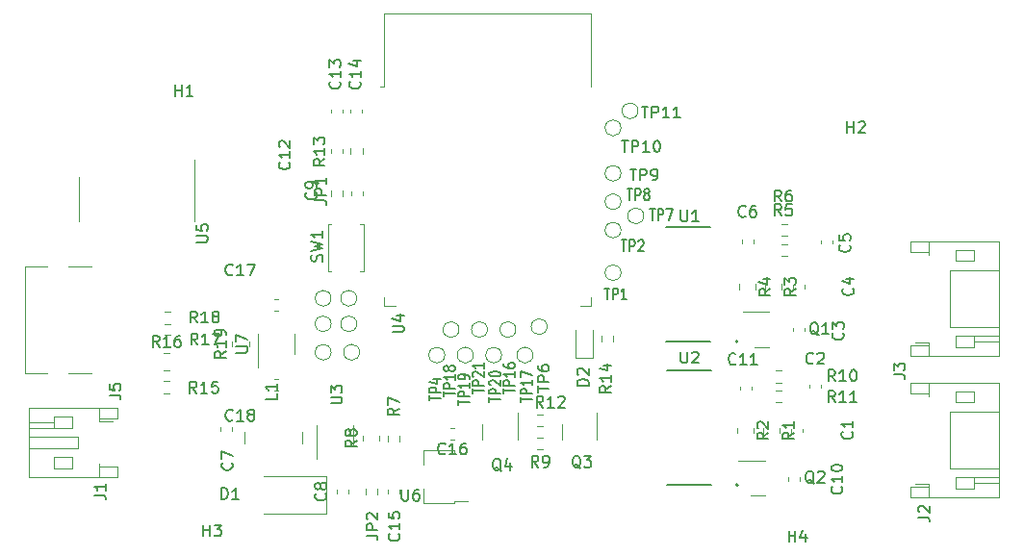
<source format=gbr>
%TF.GenerationSoftware,KiCad,Pcbnew,(7.0.0)*%
%TF.CreationDate,2023-04-13T18:09:42+05:30*%
%TF.ProjectId,smart_toilet,736d6172-745f-4746-9f69-6c65742e6b69,rev?*%
%TF.SameCoordinates,Original*%
%TF.FileFunction,Legend,Top*%
%TF.FilePolarity,Positive*%
%FSLAX46Y46*%
G04 Gerber Fmt 4.6, Leading zero omitted, Abs format (unit mm)*
G04 Created by KiCad (PCBNEW (7.0.0)) date 2023-04-13 18:09:42*
%MOMM*%
%LPD*%
G01*
G04 APERTURE LIST*
%ADD10C,0.150000*%
%ADD11C,0.120000*%
%ADD12C,0.127000*%
%ADD13C,0.200000*%
G04 APERTURE END LIST*
D10*
%TO.C,R4*%
X167867381Y-100579165D02*
X167391191Y-100912498D01*
X167867381Y-101150593D02*
X166867381Y-101150593D01*
X166867381Y-101150593D02*
X166867381Y-100769641D01*
X166867381Y-100769641D02*
X166915001Y-100674403D01*
X166915001Y-100674403D02*
X166962620Y-100626784D01*
X166962620Y-100626784D02*
X167057858Y-100579165D01*
X167057858Y-100579165D02*
X167200715Y-100579165D01*
X167200715Y-100579165D02*
X167295953Y-100626784D01*
X167295953Y-100626784D02*
X167343572Y-100674403D01*
X167343572Y-100674403D02*
X167391191Y-100769641D01*
X167391191Y-100769641D02*
X167391191Y-101150593D01*
X167200715Y-99722022D02*
X167867381Y-99722022D01*
X166819762Y-99960117D02*
X167534048Y-100198212D01*
X167534048Y-100198212D02*
X167534048Y-99579165D01*
%TO.C,R2*%
X167697381Y-113241667D02*
X167221191Y-113575000D01*
X167697381Y-113813095D02*
X166697381Y-113813095D01*
X166697381Y-113813095D02*
X166697381Y-113432143D01*
X166697381Y-113432143D02*
X166745001Y-113336905D01*
X166745001Y-113336905D02*
X166792620Y-113289286D01*
X166792620Y-113289286D02*
X166887858Y-113241667D01*
X166887858Y-113241667D02*
X167030715Y-113241667D01*
X167030715Y-113241667D02*
X167125953Y-113289286D01*
X167125953Y-113289286D02*
X167173572Y-113336905D01*
X167173572Y-113336905D02*
X167221191Y-113432143D01*
X167221191Y-113432143D02*
X167221191Y-113813095D01*
X166792620Y-112860714D02*
X166745001Y-112813095D01*
X166745001Y-112813095D02*
X166697381Y-112717857D01*
X166697381Y-112717857D02*
X166697381Y-112479762D01*
X166697381Y-112479762D02*
X166745001Y-112384524D01*
X166745001Y-112384524D02*
X166792620Y-112336905D01*
X166792620Y-112336905D02*
X166887858Y-112289286D01*
X166887858Y-112289286D02*
X166983096Y-112289286D01*
X166983096Y-112289286D02*
X167125953Y-112336905D01*
X167125953Y-112336905D02*
X167697381Y-112908333D01*
X167697381Y-112908333D02*
X167697381Y-112289286D01*
%TO.C,R8*%
X131467380Y-113916666D02*
X130991190Y-114249999D01*
X131467380Y-114488094D02*
X130467380Y-114488094D01*
X130467380Y-114488094D02*
X130467380Y-114107142D01*
X130467380Y-114107142D02*
X130515000Y-114011904D01*
X130515000Y-114011904D02*
X130562619Y-113964285D01*
X130562619Y-113964285D02*
X130657857Y-113916666D01*
X130657857Y-113916666D02*
X130800714Y-113916666D01*
X130800714Y-113916666D02*
X130895952Y-113964285D01*
X130895952Y-113964285D02*
X130943571Y-114011904D01*
X130943571Y-114011904D02*
X130991190Y-114107142D01*
X130991190Y-114107142D02*
X130991190Y-114488094D01*
X130895952Y-113345237D02*
X130848333Y-113440475D01*
X130848333Y-113440475D02*
X130800714Y-113488094D01*
X130800714Y-113488094D02*
X130705476Y-113535713D01*
X130705476Y-113535713D02*
X130657857Y-113535713D01*
X130657857Y-113535713D02*
X130562619Y-113488094D01*
X130562619Y-113488094D02*
X130515000Y-113440475D01*
X130515000Y-113440475D02*
X130467380Y-113345237D01*
X130467380Y-113345237D02*
X130467380Y-113154761D01*
X130467380Y-113154761D02*
X130515000Y-113059523D01*
X130515000Y-113059523D02*
X130562619Y-113011904D01*
X130562619Y-113011904D02*
X130657857Y-112964285D01*
X130657857Y-112964285D02*
X130705476Y-112964285D01*
X130705476Y-112964285D02*
X130800714Y-113011904D01*
X130800714Y-113011904D02*
X130848333Y-113059523D01*
X130848333Y-113059523D02*
X130895952Y-113154761D01*
X130895952Y-113154761D02*
X130895952Y-113345237D01*
X130895952Y-113345237D02*
X130943571Y-113440475D01*
X130943571Y-113440475D02*
X130991190Y-113488094D01*
X130991190Y-113488094D02*
X131086428Y-113535713D01*
X131086428Y-113535713D02*
X131276904Y-113535713D01*
X131276904Y-113535713D02*
X131372142Y-113488094D01*
X131372142Y-113488094D02*
X131419761Y-113440475D01*
X131419761Y-113440475D02*
X131467380Y-113345237D01*
X131467380Y-113345237D02*
X131467380Y-113154761D01*
X131467380Y-113154761D02*
X131419761Y-113059523D01*
X131419761Y-113059523D02*
X131372142Y-113011904D01*
X131372142Y-113011904D02*
X131276904Y-112964285D01*
X131276904Y-112964285D02*
X131086428Y-112964285D01*
X131086428Y-112964285D02*
X130991190Y-113011904D01*
X130991190Y-113011904D02*
X130943571Y-113059523D01*
X130943571Y-113059523D02*
X130895952Y-113154761D01*
%TO.C,R3*%
X170117381Y-100579166D02*
X169641191Y-100912499D01*
X170117381Y-101150594D02*
X169117381Y-101150594D01*
X169117381Y-101150594D02*
X169117381Y-100769642D01*
X169117381Y-100769642D02*
X169165001Y-100674404D01*
X169165001Y-100674404D02*
X169212620Y-100626785D01*
X169212620Y-100626785D02*
X169307858Y-100579166D01*
X169307858Y-100579166D02*
X169450715Y-100579166D01*
X169450715Y-100579166D02*
X169545953Y-100626785D01*
X169545953Y-100626785D02*
X169593572Y-100674404D01*
X169593572Y-100674404D02*
X169641191Y-100769642D01*
X169641191Y-100769642D02*
X169641191Y-101150594D01*
X169117381Y-100245832D02*
X169117381Y-99626785D01*
X169117381Y-99626785D02*
X169498334Y-99960118D01*
X169498334Y-99960118D02*
X169498334Y-99817261D01*
X169498334Y-99817261D02*
X169545953Y-99722023D01*
X169545953Y-99722023D02*
X169593572Y-99674404D01*
X169593572Y-99674404D02*
X169688810Y-99626785D01*
X169688810Y-99626785D02*
X169926905Y-99626785D01*
X169926905Y-99626785D02*
X170022143Y-99674404D01*
X170022143Y-99674404D02*
X170069762Y-99722023D01*
X170069762Y-99722023D02*
X170117381Y-99817261D01*
X170117381Y-99817261D02*
X170117381Y-100102975D01*
X170117381Y-100102975D02*
X170069762Y-100198213D01*
X170069762Y-100198213D02*
X170022143Y-100245832D01*
%TO.C,R1*%
X169947381Y-113241665D02*
X169471191Y-113574998D01*
X169947381Y-113813093D02*
X168947381Y-113813093D01*
X168947381Y-113813093D02*
X168947381Y-113432141D01*
X168947381Y-113432141D02*
X168995001Y-113336903D01*
X168995001Y-113336903D02*
X169042620Y-113289284D01*
X169042620Y-113289284D02*
X169137858Y-113241665D01*
X169137858Y-113241665D02*
X169280715Y-113241665D01*
X169280715Y-113241665D02*
X169375953Y-113289284D01*
X169375953Y-113289284D02*
X169423572Y-113336903D01*
X169423572Y-113336903D02*
X169471191Y-113432141D01*
X169471191Y-113432141D02*
X169471191Y-113813093D01*
X169947381Y-112289284D02*
X169947381Y-112860712D01*
X169947381Y-112574998D02*
X168947381Y-112574998D01*
X168947381Y-112574998D02*
X169090239Y-112670236D01*
X169090239Y-112670236D02*
X169185477Y-112765474D01*
X169185477Y-112765474D02*
X169233096Y-112860712D01*
%TO.C,R19*%
X119967380Y-106092857D02*
X119491190Y-106426190D01*
X119967380Y-106664285D02*
X118967380Y-106664285D01*
X118967380Y-106664285D02*
X118967380Y-106283333D01*
X118967380Y-106283333D02*
X119015000Y-106188095D01*
X119015000Y-106188095D02*
X119062619Y-106140476D01*
X119062619Y-106140476D02*
X119157857Y-106092857D01*
X119157857Y-106092857D02*
X119300714Y-106092857D01*
X119300714Y-106092857D02*
X119395952Y-106140476D01*
X119395952Y-106140476D02*
X119443571Y-106188095D01*
X119443571Y-106188095D02*
X119491190Y-106283333D01*
X119491190Y-106283333D02*
X119491190Y-106664285D01*
X119967380Y-105140476D02*
X119967380Y-105711904D01*
X119967380Y-105426190D02*
X118967380Y-105426190D01*
X118967380Y-105426190D02*
X119110238Y-105521428D01*
X119110238Y-105521428D02*
X119205476Y-105616666D01*
X119205476Y-105616666D02*
X119253095Y-105711904D01*
X119967380Y-104664285D02*
X119967380Y-104473809D01*
X119967380Y-104473809D02*
X119919761Y-104378571D01*
X119919761Y-104378571D02*
X119872142Y-104330952D01*
X119872142Y-104330952D02*
X119729285Y-104235714D01*
X119729285Y-104235714D02*
X119538809Y-104188095D01*
X119538809Y-104188095D02*
X119157857Y-104188095D01*
X119157857Y-104188095D02*
X119062619Y-104235714D01*
X119062619Y-104235714D02*
X119015000Y-104283333D01*
X119015000Y-104283333D02*
X118967380Y-104378571D01*
X118967380Y-104378571D02*
X118967380Y-104569047D01*
X118967380Y-104569047D02*
X119015000Y-104664285D01*
X119015000Y-104664285D02*
X119062619Y-104711904D01*
X119062619Y-104711904D02*
X119157857Y-104759523D01*
X119157857Y-104759523D02*
X119395952Y-104759523D01*
X119395952Y-104759523D02*
X119491190Y-104711904D01*
X119491190Y-104711904D02*
X119538809Y-104664285D01*
X119538809Y-104664285D02*
X119586428Y-104569047D01*
X119586428Y-104569047D02*
X119586428Y-104378571D01*
X119586428Y-104378571D02*
X119538809Y-104283333D01*
X119538809Y-104283333D02*
X119491190Y-104235714D01*
X119491190Y-104235714D02*
X119395952Y-104188095D01*
%TO.C,R16*%
X114107142Y-105717380D02*
X113773809Y-105241190D01*
X113535714Y-105717380D02*
X113535714Y-104717380D01*
X113535714Y-104717380D02*
X113916666Y-104717380D01*
X113916666Y-104717380D02*
X114011904Y-104765000D01*
X114011904Y-104765000D02*
X114059523Y-104812619D01*
X114059523Y-104812619D02*
X114107142Y-104907857D01*
X114107142Y-104907857D02*
X114107142Y-105050714D01*
X114107142Y-105050714D02*
X114059523Y-105145952D01*
X114059523Y-105145952D02*
X114011904Y-105193571D01*
X114011904Y-105193571D02*
X113916666Y-105241190D01*
X113916666Y-105241190D02*
X113535714Y-105241190D01*
X115059523Y-105717380D02*
X114488095Y-105717380D01*
X114773809Y-105717380D02*
X114773809Y-104717380D01*
X114773809Y-104717380D02*
X114678571Y-104860238D01*
X114678571Y-104860238D02*
X114583333Y-104955476D01*
X114583333Y-104955476D02*
X114488095Y-105003095D01*
X115916666Y-104717380D02*
X115726190Y-104717380D01*
X115726190Y-104717380D02*
X115630952Y-104765000D01*
X115630952Y-104765000D02*
X115583333Y-104812619D01*
X115583333Y-104812619D02*
X115488095Y-104955476D01*
X115488095Y-104955476D02*
X115440476Y-105145952D01*
X115440476Y-105145952D02*
X115440476Y-105526904D01*
X115440476Y-105526904D02*
X115488095Y-105622142D01*
X115488095Y-105622142D02*
X115535714Y-105669761D01*
X115535714Y-105669761D02*
X115630952Y-105717380D01*
X115630952Y-105717380D02*
X115821428Y-105717380D01*
X115821428Y-105717380D02*
X115916666Y-105669761D01*
X115916666Y-105669761D02*
X115964285Y-105622142D01*
X115964285Y-105622142D02*
X116011904Y-105526904D01*
X116011904Y-105526904D02*
X116011904Y-105288809D01*
X116011904Y-105288809D02*
X115964285Y-105193571D01*
X115964285Y-105193571D02*
X115916666Y-105145952D01*
X115916666Y-105145952D02*
X115821428Y-105098333D01*
X115821428Y-105098333D02*
X115630952Y-105098333D01*
X115630952Y-105098333D02*
X115535714Y-105145952D01*
X115535714Y-105145952D02*
X115488095Y-105193571D01*
X115488095Y-105193571D02*
X115440476Y-105288809D01*
%TO.C,TP21*%
X141642380Y-109815476D02*
X141642380Y-109358333D01*
X142642380Y-109586905D02*
X141642380Y-109586905D01*
X142642380Y-109091666D02*
X141642380Y-109091666D01*
X141642380Y-109091666D02*
X141642380Y-108786904D01*
X141642380Y-108786904D02*
X141690000Y-108710714D01*
X141690000Y-108710714D02*
X141737619Y-108672619D01*
X141737619Y-108672619D02*
X141832857Y-108634523D01*
X141832857Y-108634523D02*
X141975714Y-108634523D01*
X141975714Y-108634523D02*
X142070952Y-108672619D01*
X142070952Y-108672619D02*
X142118571Y-108710714D01*
X142118571Y-108710714D02*
X142166190Y-108786904D01*
X142166190Y-108786904D02*
X142166190Y-109091666D01*
X141737619Y-108329762D02*
X141690000Y-108291666D01*
X141690000Y-108291666D02*
X141642380Y-108215476D01*
X141642380Y-108215476D02*
X141642380Y-108025000D01*
X141642380Y-108025000D02*
X141690000Y-107948809D01*
X141690000Y-107948809D02*
X141737619Y-107910714D01*
X141737619Y-107910714D02*
X141832857Y-107872619D01*
X141832857Y-107872619D02*
X141928095Y-107872619D01*
X141928095Y-107872619D02*
X142070952Y-107910714D01*
X142070952Y-107910714D02*
X142642380Y-108367857D01*
X142642380Y-108367857D02*
X142642380Y-107872619D01*
X142642380Y-107110714D02*
X142642380Y-107567857D01*
X142642380Y-107339285D02*
X141642380Y-107339285D01*
X141642380Y-107339285D02*
X141785238Y-107415476D01*
X141785238Y-107415476D02*
X141880476Y-107491666D01*
X141880476Y-107491666D02*
X141928095Y-107567857D01*
%TO.C,TP20*%
X143142380Y-110565476D02*
X143142380Y-110108333D01*
X144142380Y-110336905D02*
X143142380Y-110336905D01*
X144142380Y-109841666D02*
X143142380Y-109841666D01*
X143142380Y-109841666D02*
X143142380Y-109536904D01*
X143142380Y-109536904D02*
X143190000Y-109460714D01*
X143190000Y-109460714D02*
X143237619Y-109422619D01*
X143237619Y-109422619D02*
X143332857Y-109384523D01*
X143332857Y-109384523D02*
X143475714Y-109384523D01*
X143475714Y-109384523D02*
X143570952Y-109422619D01*
X143570952Y-109422619D02*
X143618571Y-109460714D01*
X143618571Y-109460714D02*
X143666190Y-109536904D01*
X143666190Y-109536904D02*
X143666190Y-109841666D01*
X143237619Y-109079762D02*
X143190000Y-109041666D01*
X143190000Y-109041666D02*
X143142380Y-108965476D01*
X143142380Y-108965476D02*
X143142380Y-108775000D01*
X143142380Y-108775000D02*
X143190000Y-108698809D01*
X143190000Y-108698809D02*
X143237619Y-108660714D01*
X143237619Y-108660714D02*
X143332857Y-108622619D01*
X143332857Y-108622619D02*
X143428095Y-108622619D01*
X143428095Y-108622619D02*
X143570952Y-108660714D01*
X143570952Y-108660714D02*
X144142380Y-109117857D01*
X144142380Y-109117857D02*
X144142380Y-108622619D01*
X143142380Y-108127380D02*
X143142380Y-108051190D01*
X143142380Y-108051190D02*
X143190000Y-107974999D01*
X143190000Y-107974999D02*
X143237619Y-107936904D01*
X143237619Y-107936904D02*
X143332857Y-107898809D01*
X143332857Y-107898809D02*
X143523333Y-107860714D01*
X143523333Y-107860714D02*
X143761428Y-107860714D01*
X143761428Y-107860714D02*
X143951904Y-107898809D01*
X143951904Y-107898809D02*
X144047142Y-107936904D01*
X144047142Y-107936904D02*
X144094761Y-107974999D01*
X144094761Y-107974999D02*
X144142380Y-108051190D01*
X144142380Y-108051190D02*
X144142380Y-108127380D01*
X144142380Y-108127380D02*
X144094761Y-108203571D01*
X144094761Y-108203571D02*
X144047142Y-108241666D01*
X144047142Y-108241666D02*
X143951904Y-108279761D01*
X143951904Y-108279761D02*
X143761428Y-108317857D01*
X143761428Y-108317857D02*
X143523333Y-108317857D01*
X143523333Y-108317857D02*
X143332857Y-108279761D01*
X143332857Y-108279761D02*
X143237619Y-108241666D01*
X143237619Y-108241666D02*
X143190000Y-108203571D01*
X143190000Y-108203571D02*
X143142380Y-108127380D01*
%TO.C,TP19*%
X140392380Y-110815476D02*
X140392380Y-110358333D01*
X141392380Y-110586905D02*
X140392380Y-110586905D01*
X141392380Y-110091666D02*
X140392380Y-110091666D01*
X140392380Y-110091666D02*
X140392380Y-109786904D01*
X140392380Y-109786904D02*
X140440000Y-109710714D01*
X140440000Y-109710714D02*
X140487619Y-109672619D01*
X140487619Y-109672619D02*
X140582857Y-109634523D01*
X140582857Y-109634523D02*
X140725714Y-109634523D01*
X140725714Y-109634523D02*
X140820952Y-109672619D01*
X140820952Y-109672619D02*
X140868571Y-109710714D01*
X140868571Y-109710714D02*
X140916190Y-109786904D01*
X140916190Y-109786904D02*
X140916190Y-110091666D01*
X141392380Y-108872619D02*
X141392380Y-109329762D01*
X141392380Y-109101190D02*
X140392380Y-109101190D01*
X140392380Y-109101190D02*
X140535238Y-109177381D01*
X140535238Y-109177381D02*
X140630476Y-109253571D01*
X140630476Y-109253571D02*
X140678095Y-109329762D01*
X141392380Y-108491666D02*
X141392380Y-108339285D01*
X141392380Y-108339285D02*
X141344761Y-108263095D01*
X141344761Y-108263095D02*
X141297142Y-108224999D01*
X141297142Y-108224999D02*
X141154285Y-108148809D01*
X141154285Y-108148809D02*
X140963809Y-108110714D01*
X140963809Y-108110714D02*
X140582857Y-108110714D01*
X140582857Y-108110714D02*
X140487619Y-108148809D01*
X140487619Y-108148809D02*
X140440000Y-108186904D01*
X140440000Y-108186904D02*
X140392380Y-108263095D01*
X140392380Y-108263095D02*
X140392380Y-108415476D01*
X140392380Y-108415476D02*
X140440000Y-108491666D01*
X140440000Y-108491666D02*
X140487619Y-108529761D01*
X140487619Y-108529761D02*
X140582857Y-108567857D01*
X140582857Y-108567857D02*
X140820952Y-108567857D01*
X140820952Y-108567857D02*
X140916190Y-108529761D01*
X140916190Y-108529761D02*
X140963809Y-108491666D01*
X140963809Y-108491666D02*
X141011428Y-108415476D01*
X141011428Y-108415476D02*
X141011428Y-108263095D01*
X141011428Y-108263095D02*
X140963809Y-108186904D01*
X140963809Y-108186904D02*
X140916190Y-108148809D01*
X140916190Y-108148809D02*
X140820952Y-108110714D01*
%TO.C,TP18*%
X139142380Y-110065476D02*
X139142380Y-109608333D01*
X140142380Y-109836905D02*
X139142380Y-109836905D01*
X140142380Y-109341666D02*
X139142380Y-109341666D01*
X139142380Y-109341666D02*
X139142380Y-109036904D01*
X139142380Y-109036904D02*
X139190000Y-108960714D01*
X139190000Y-108960714D02*
X139237619Y-108922619D01*
X139237619Y-108922619D02*
X139332857Y-108884523D01*
X139332857Y-108884523D02*
X139475714Y-108884523D01*
X139475714Y-108884523D02*
X139570952Y-108922619D01*
X139570952Y-108922619D02*
X139618571Y-108960714D01*
X139618571Y-108960714D02*
X139666190Y-109036904D01*
X139666190Y-109036904D02*
X139666190Y-109341666D01*
X140142380Y-108122619D02*
X140142380Y-108579762D01*
X140142380Y-108351190D02*
X139142380Y-108351190D01*
X139142380Y-108351190D02*
X139285238Y-108427381D01*
X139285238Y-108427381D02*
X139380476Y-108503571D01*
X139380476Y-108503571D02*
X139428095Y-108579762D01*
X139570952Y-107665476D02*
X139523333Y-107741666D01*
X139523333Y-107741666D02*
X139475714Y-107779761D01*
X139475714Y-107779761D02*
X139380476Y-107817857D01*
X139380476Y-107817857D02*
X139332857Y-107817857D01*
X139332857Y-107817857D02*
X139237619Y-107779761D01*
X139237619Y-107779761D02*
X139190000Y-107741666D01*
X139190000Y-107741666D02*
X139142380Y-107665476D01*
X139142380Y-107665476D02*
X139142380Y-107513095D01*
X139142380Y-107513095D02*
X139190000Y-107436904D01*
X139190000Y-107436904D02*
X139237619Y-107398809D01*
X139237619Y-107398809D02*
X139332857Y-107360714D01*
X139332857Y-107360714D02*
X139380476Y-107360714D01*
X139380476Y-107360714D02*
X139475714Y-107398809D01*
X139475714Y-107398809D02*
X139523333Y-107436904D01*
X139523333Y-107436904D02*
X139570952Y-107513095D01*
X139570952Y-107513095D02*
X139570952Y-107665476D01*
X139570952Y-107665476D02*
X139618571Y-107741666D01*
X139618571Y-107741666D02*
X139666190Y-107779761D01*
X139666190Y-107779761D02*
X139761428Y-107817857D01*
X139761428Y-107817857D02*
X139951904Y-107817857D01*
X139951904Y-107817857D02*
X140047142Y-107779761D01*
X140047142Y-107779761D02*
X140094761Y-107741666D01*
X140094761Y-107741666D02*
X140142380Y-107665476D01*
X140142380Y-107665476D02*
X140142380Y-107513095D01*
X140142380Y-107513095D02*
X140094761Y-107436904D01*
X140094761Y-107436904D02*
X140047142Y-107398809D01*
X140047142Y-107398809D02*
X139951904Y-107360714D01*
X139951904Y-107360714D02*
X139761428Y-107360714D01*
X139761428Y-107360714D02*
X139666190Y-107398809D01*
X139666190Y-107398809D02*
X139618571Y-107436904D01*
X139618571Y-107436904D02*
X139570952Y-107513095D01*
%TO.C,TP17*%
X145892380Y-110565476D02*
X145892380Y-110108333D01*
X146892380Y-110336905D02*
X145892380Y-110336905D01*
X146892380Y-109841666D02*
X145892380Y-109841666D01*
X145892380Y-109841666D02*
X145892380Y-109536904D01*
X145892380Y-109536904D02*
X145940000Y-109460714D01*
X145940000Y-109460714D02*
X145987619Y-109422619D01*
X145987619Y-109422619D02*
X146082857Y-109384523D01*
X146082857Y-109384523D02*
X146225714Y-109384523D01*
X146225714Y-109384523D02*
X146320952Y-109422619D01*
X146320952Y-109422619D02*
X146368571Y-109460714D01*
X146368571Y-109460714D02*
X146416190Y-109536904D01*
X146416190Y-109536904D02*
X146416190Y-109841666D01*
X146892380Y-108622619D02*
X146892380Y-109079762D01*
X146892380Y-108851190D02*
X145892380Y-108851190D01*
X145892380Y-108851190D02*
X146035238Y-108927381D01*
X146035238Y-108927381D02*
X146130476Y-109003571D01*
X146130476Y-109003571D02*
X146178095Y-109079762D01*
X145892380Y-108355952D02*
X145892380Y-107822618D01*
X145892380Y-107822618D02*
X146892380Y-108165476D01*
%TO.C,TP16*%
X144392380Y-109815476D02*
X144392380Y-109358333D01*
X145392380Y-109586905D02*
X144392380Y-109586905D01*
X145392380Y-109091666D02*
X144392380Y-109091666D01*
X144392380Y-109091666D02*
X144392380Y-108786904D01*
X144392380Y-108786904D02*
X144440000Y-108710714D01*
X144440000Y-108710714D02*
X144487619Y-108672619D01*
X144487619Y-108672619D02*
X144582857Y-108634523D01*
X144582857Y-108634523D02*
X144725714Y-108634523D01*
X144725714Y-108634523D02*
X144820952Y-108672619D01*
X144820952Y-108672619D02*
X144868571Y-108710714D01*
X144868571Y-108710714D02*
X144916190Y-108786904D01*
X144916190Y-108786904D02*
X144916190Y-109091666D01*
X145392380Y-107872619D02*
X145392380Y-108329762D01*
X145392380Y-108101190D02*
X144392380Y-108101190D01*
X144392380Y-108101190D02*
X144535238Y-108177381D01*
X144535238Y-108177381D02*
X144630476Y-108253571D01*
X144630476Y-108253571D02*
X144678095Y-108329762D01*
X144392380Y-107186904D02*
X144392380Y-107339285D01*
X144392380Y-107339285D02*
X144440000Y-107415476D01*
X144440000Y-107415476D02*
X144487619Y-107453571D01*
X144487619Y-107453571D02*
X144630476Y-107529761D01*
X144630476Y-107529761D02*
X144820952Y-107567857D01*
X144820952Y-107567857D02*
X145201904Y-107567857D01*
X145201904Y-107567857D02*
X145297142Y-107529761D01*
X145297142Y-107529761D02*
X145344761Y-107491666D01*
X145344761Y-107491666D02*
X145392380Y-107415476D01*
X145392380Y-107415476D02*
X145392380Y-107263095D01*
X145392380Y-107263095D02*
X145344761Y-107186904D01*
X145344761Y-107186904D02*
X145297142Y-107148809D01*
X145297142Y-107148809D02*
X145201904Y-107110714D01*
X145201904Y-107110714D02*
X144963809Y-107110714D01*
X144963809Y-107110714D02*
X144868571Y-107148809D01*
X144868571Y-107148809D02*
X144820952Y-107186904D01*
X144820952Y-107186904D02*
X144773333Y-107263095D01*
X144773333Y-107263095D02*
X144773333Y-107415476D01*
X144773333Y-107415476D02*
X144820952Y-107491666D01*
X144820952Y-107491666D02*
X144868571Y-107529761D01*
X144868571Y-107529761D02*
X144963809Y-107567857D01*
%TO.C,TP11*%
X156536905Y-84542380D02*
X157108333Y-84542380D01*
X156822619Y-85542380D02*
X156822619Y-84542380D01*
X157441667Y-85542380D02*
X157441667Y-84542380D01*
X157441667Y-84542380D02*
X157822619Y-84542380D01*
X157822619Y-84542380D02*
X157917857Y-84590000D01*
X157917857Y-84590000D02*
X157965476Y-84637619D01*
X157965476Y-84637619D02*
X158013095Y-84732857D01*
X158013095Y-84732857D02*
X158013095Y-84875714D01*
X158013095Y-84875714D02*
X157965476Y-84970952D01*
X157965476Y-84970952D02*
X157917857Y-85018571D01*
X157917857Y-85018571D02*
X157822619Y-85066190D01*
X157822619Y-85066190D02*
X157441667Y-85066190D01*
X158965476Y-85542380D02*
X158394048Y-85542380D01*
X158679762Y-85542380D02*
X158679762Y-84542380D01*
X158679762Y-84542380D02*
X158584524Y-84685238D01*
X158584524Y-84685238D02*
X158489286Y-84780476D01*
X158489286Y-84780476D02*
X158394048Y-84828095D01*
X159917857Y-85542380D02*
X159346429Y-85542380D01*
X159632143Y-85542380D02*
X159632143Y-84542380D01*
X159632143Y-84542380D02*
X159536905Y-84685238D01*
X159536905Y-84685238D02*
X159441667Y-84780476D01*
X159441667Y-84780476D02*
X159346429Y-84828095D01*
%TO.C,TP10*%
X154786905Y-87542380D02*
X155358333Y-87542380D01*
X155072619Y-88542380D02*
X155072619Y-87542380D01*
X155691667Y-88542380D02*
X155691667Y-87542380D01*
X155691667Y-87542380D02*
X156072619Y-87542380D01*
X156072619Y-87542380D02*
X156167857Y-87590000D01*
X156167857Y-87590000D02*
X156215476Y-87637619D01*
X156215476Y-87637619D02*
X156263095Y-87732857D01*
X156263095Y-87732857D02*
X156263095Y-87875714D01*
X156263095Y-87875714D02*
X156215476Y-87970952D01*
X156215476Y-87970952D02*
X156167857Y-88018571D01*
X156167857Y-88018571D02*
X156072619Y-88066190D01*
X156072619Y-88066190D02*
X155691667Y-88066190D01*
X157215476Y-88542380D02*
X156644048Y-88542380D01*
X156929762Y-88542380D02*
X156929762Y-87542380D01*
X156929762Y-87542380D02*
X156834524Y-87685238D01*
X156834524Y-87685238D02*
X156739286Y-87780476D01*
X156739286Y-87780476D02*
X156644048Y-87828095D01*
X157834524Y-87542380D02*
X157929762Y-87542380D01*
X157929762Y-87542380D02*
X158025000Y-87590000D01*
X158025000Y-87590000D02*
X158072619Y-87637619D01*
X158072619Y-87637619D02*
X158120238Y-87732857D01*
X158120238Y-87732857D02*
X158167857Y-87923333D01*
X158167857Y-87923333D02*
X158167857Y-88161428D01*
X158167857Y-88161428D02*
X158120238Y-88351904D01*
X158120238Y-88351904D02*
X158072619Y-88447142D01*
X158072619Y-88447142D02*
X158025000Y-88494761D01*
X158025000Y-88494761D02*
X157929762Y-88542380D01*
X157929762Y-88542380D02*
X157834524Y-88542380D01*
X157834524Y-88542380D02*
X157739286Y-88494761D01*
X157739286Y-88494761D02*
X157691667Y-88447142D01*
X157691667Y-88447142D02*
X157644048Y-88351904D01*
X157644048Y-88351904D02*
X157596429Y-88161428D01*
X157596429Y-88161428D02*
X157596429Y-87923333D01*
X157596429Y-87923333D02*
X157644048Y-87732857D01*
X157644048Y-87732857D02*
X157691667Y-87637619D01*
X157691667Y-87637619D02*
X157739286Y-87590000D01*
X157739286Y-87590000D02*
X157834524Y-87542380D01*
%TO.C,TP9*%
X155513095Y-90042380D02*
X156084523Y-90042380D01*
X155798809Y-91042380D02*
X155798809Y-90042380D01*
X156417857Y-91042380D02*
X156417857Y-90042380D01*
X156417857Y-90042380D02*
X156798809Y-90042380D01*
X156798809Y-90042380D02*
X156894047Y-90090000D01*
X156894047Y-90090000D02*
X156941666Y-90137619D01*
X156941666Y-90137619D02*
X156989285Y-90232857D01*
X156989285Y-90232857D02*
X156989285Y-90375714D01*
X156989285Y-90375714D02*
X156941666Y-90470952D01*
X156941666Y-90470952D02*
X156894047Y-90518571D01*
X156894047Y-90518571D02*
X156798809Y-90566190D01*
X156798809Y-90566190D02*
X156417857Y-90566190D01*
X157465476Y-91042380D02*
X157655952Y-91042380D01*
X157655952Y-91042380D02*
X157751190Y-90994761D01*
X157751190Y-90994761D02*
X157798809Y-90947142D01*
X157798809Y-90947142D02*
X157894047Y-90804285D01*
X157894047Y-90804285D02*
X157941666Y-90613809D01*
X157941666Y-90613809D02*
X157941666Y-90232857D01*
X157941666Y-90232857D02*
X157894047Y-90137619D01*
X157894047Y-90137619D02*
X157846428Y-90090000D01*
X157846428Y-90090000D02*
X157751190Y-90042380D01*
X157751190Y-90042380D02*
X157560714Y-90042380D01*
X157560714Y-90042380D02*
X157465476Y-90090000D01*
X157465476Y-90090000D02*
X157417857Y-90137619D01*
X157417857Y-90137619D02*
X157370238Y-90232857D01*
X157370238Y-90232857D02*
X157370238Y-90470952D01*
X157370238Y-90470952D02*
X157417857Y-90566190D01*
X157417857Y-90566190D02*
X157465476Y-90613809D01*
X157465476Y-90613809D02*
X157560714Y-90661428D01*
X157560714Y-90661428D02*
X157751190Y-90661428D01*
X157751190Y-90661428D02*
X157846428Y-90613809D01*
X157846428Y-90613809D02*
X157894047Y-90566190D01*
X157894047Y-90566190D02*
X157941666Y-90470952D01*
%TO.C,TP8*%
X155265476Y-91792380D02*
X155722619Y-91792380D01*
X155494047Y-92792380D02*
X155494047Y-91792380D01*
X155989286Y-92792380D02*
X155989286Y-91792380D01*
X155989286Y-91792380D02*
X156294048Y-91792380D01*
X156294048Y-91792380D02*
X156370238Y-91840000D01*
X156370238Y-91840000D02*
X156408333Y-91887619D01*
X156408333Y-91887619D02*
X156446429Y-91982857D01*
X156446429Y-91982857D02*
X156446429Y-92125714D01*
X156446429Y-92125714D02*
X156408333Y-92220952D01*
X156408333Y-92220952D02*
X156370238Y-92268571D01*
X156370238Y-92268571D02*
X156294048Y-92316190D01*
X156294048Y-92316190D02*
X155989286Y-92316190D01*
X156903571Y-92220952D02*
X156827381Y-92173333D01*
X156827381Y-92173333D02*
X156789286Y-92125714D01*
X156789286Y-92125714D02*
X156751190Y-92030476D01*
X156751190Y-92030476D02*
X156751190Y-91982857D01*
X156751190Y-91982857D02*
X156789286Y-91887619D01*
X156789286Y-91887619D02*
X156827381Y-91840000D01*
X156827381Y-91840000D02*
X156903571Y-91792380D01*
X156903571Y-91792380D02*
X157055952Y-91792380D01*
X157055952Y-91792380D02*
X157132143Y-91840000D01*
X157132143Y-91840000D02*
X157170238Y-91887619D01*
X157170238Y-91887619D02*
X157208333Y-91982857D01*
X157208333Y-91982857D02*
X157208333Y-92030476D01*
X157208333Y-92030476D02*
X157170238Y-92125714D01*
X157170238Y-92125714D02*
X157132143Y-92173333D01*
X157132143Y-92173333D02*
X157055952Y-92220952D01*
X157055952Y-92220952D02*
X156903571Y-92220952D01*
X156903571Y-92220952D02*
X156827381Y-92268571D01*
X156827381Y-92268571D02*
X156789286Y-92316190D01*
X156789286Y-92316190D02*
X156751190Y-92411428D01*
X156751190Y-92411428D02*
X156751190Y-92601904D01*
X156751190Y-92601904D02*
X156789286Y-92697142D01*
X156789286Y-92697142D02*
X156827381Y-92744761D01*
X156827381Y-92744761D02*
X156903571Y-92792380D01*
X156903571Y-92792380D02*
X157055952Y-92792380D01*
X157055952Y-92792380D02*
X157132143Y-92744761D01*
X157132143Y-92744761D02*
X157170238Y-92697142D01*
X157170238Y-92697142D02*
X157208333Y-92601904D01*
X157208333Y-92601904D02*
X157208333Y-92411428D01*
X157208333Y-92411428D02*
X157170238Y-92316190D01*
X157170238Y-92316190D02*
X157132143Y-92268571D01*
X157132143Y-92268571D02*
X157055952Y-92220952D01*
%TO.C,TP7*%
X157265476Y-93542380D02*
X157722619Y-93542380D01*
X157494047Y-94542380D02*
X157494047Y-93542380D01*
X157989286Y-94542380D02*
X157989286Y-93542380D01*
X157989286Y-93542380D02*
X158294048Y-93542380D01*
X158294048Y-93542380D02*
X158370238Y-93590000D01*
X158370238Y-93590000D02*
X158408333Y-93637619D01*
X158408333Y-93637619D02*
X158446429Y-93732857D01*
X158446429Y-93732857D02*
X158446429Y-93875714D01*
X158446429Y-93875714D02*
X158408333Y-93970952D01*
X158408333Y-93970952D02*
X158370238Y-94018571D01*
X158370238Y-94018571D02*
X158294048Y-94066190D01*
X158294048Y-94066190D02*
X157989286Y-94066190D01*
X158713095Y-93542380D02*
X159246429Y-93542380D01*
X159246429Y-93542380D02*
X158903571Y-94542380D01*
%TO.C,TP6*%
X147392380Y-109686904D02*
X147392380Y-109115476D01*
X148392380Y-109401190D02*
X147392380Y-109401190D01*
X148392380Y-108782142D02*
X147392380Y-108782142D01*
X147392380Y-108782142D02*
X147392380Y-108401190D01*
X147392380Y-108401190D02*
X147440000Y-108305952D01*
X147440000Y-108305952D02*
X147487619Y-108258333D01*
X147487619Y-108258333D02*
X147582857Y-108210714D01*
X147582857Y-108210714D02*
X147725714Y-108210714D01*
X147725714Y-108210714D02*
X147820952Y-108258333D01*
X147820952Y-108258333D02*
X147868571Y-108305952D01*
X147868571Y-108305952D02*
X147916190Y-108401190D01*
X147916190Y-108401190D02*
X147916190Y-108782142D01*
X147392380Y-107353571D02*
X147392380Y-107544047D01*
X147392380Y-107544047D02*
X147440000Y-107639285D01*
X147440000Y-107639285D02*
X147487619Y-107686904D01*
X147487619Y-107686904D02*
X147630476Y-107782142D01*
X147630476Y-107782142D02*
X147820952Y-107829761D01*
X147820952Y-107829761D02*
X148201904Y-107829761D01*
X148201904Y-107829761D02*
X148297142Y-107782142D01*
X148297142Y-107782142D02*
X148344761Y-107734523D01*
X148344761Y-107734523D02*
X148392380Y-107639285D01*
X148392380Y-107639285D02*
X148392380Y-107448809D01*
X148392380Y-107448809D02*
X148344761Y-107353571D01*
X148344761Y-107353571D02*
X148297142Y-107305952D01*
X148297142Y-107305952D02*
X148201904Y-107258333D01*
X148201904Y-107258333D02*
X147963809Y-107258333D01*
X147963809Y-107258333D02*
X147868571Y-107305952D01*
X147868571Y-107305952D02*
X147820952Y-107353571D01*
X147820952Y-107353571D02*
X147773333Y-107448809D01*
X147773333Y-107448809D02*
X147773333Y-107639285D01*
X147773333Y-107639285D02*
X147820952Y-107734523D01*
X147820952Y-107734523D02*
X147868571Y-107782142D01*
X147868571Y-107782142D02*
X147963809Y-107829761D01*
%TO.C,TP4*%
X137892380Y-110434523D02*
X137892380Y-109977380D01*
X138892380Y-110205952D02*
X137892380Y-110205952D01*
X138892380Y-109710713D02*
X137892380Y-109710713D01*
X137892380Y-109710713D02*
X137892380Y-109405951D01*
X137892380Y-109405951D02*
X137940000Y-109329761D01*
X137940000Y-109329761D02*
X137987619Y-109291666D01*
X137987619Y-109291666D02*
X138082857Y-109253570D01*
X138082857Y-109253570D02*
X138225714Y-109253570D01*
X138225714Y-109253570D02*
X138320952Y-109291666D01*
X138320952Y-109291666D02*
X138368571Y-109329761D01*
X138368571Y-109329761D02*
X138416190Y-109405951D01*
X138416190Y-109405951D02*
X138416190Y-109710713D01*
X138225714Y-108567856D02*
X138892380Y-108567856D01*
X137844761Y-108758332D02*
X138559047Y-108948809D01*
X138559047Y-108948809D02*
X138559047Y-108453570D01*
%TO.C,TP2*%
X154765476Y-96292380D02*
X155222619Y-96292380D01*
X154994047Y-97292380D02*
X154994047Y-96292380D01*
X155489286Y-97292380D02*
X155489286Y-96292380D01*
X155489286Y-96292380D02*
X155794048Y-96292380D01*
X155794048Y-96292380D02*
X155870238Y-96340000D01*
X155870238Y-96340000D02*
X155908333Y-96387619D01*
X155908333Y-96387619D02*
X155946429Y-96482857D01*
X155946429Y-96482857D02*
X155946429Y-96625714D01*
X155946429Y-96625714D02*
X155908333Y-96720952D01*
X155908333Y-96720952D02*
X155870238Y-96768571D01*
X155870238Y-96768571D02*
X155794048Y-96816190D01*
X155794048Y-96816190D02*
X155489286Y-96816190D01*
X156251190Y-96387619D02*
X156289286Y-96340000D01*
X156289286Y-96340000D02*
X156365476Y-96292380D01*
X156365476Y-96292380D02*
X156555952Y-96292380D01*
X156555952Y-96292380D02*
X156632143Y-96340000D01*
X156632143Y-96340000D02*
X156670238Y-96387619D01*
X156670238Y-96387619D02*
X156708333Y-96482857D01*
X156708333Y-96482857D02*
X156708333Y-96578095D01*
X156708333Y-96578095D02*
X156670238Y-96720952D01*
X156670238Y-96720952D02*
X156213095Y-97292380D01*
X156213095Y-97292380D02*
X156708333Y-97292380D01*
%TO.C,TP1*%
X153265476Y-100542380D02*
X153722619Y-100542380D01*
X153494047Y-101542380D02*
X153494047Y-100542380D01*
X153989286Y-101542380D02*
X153989286Y-100542380D01*
X153989286Y-100542380D02*
X154294048Y-100542380D01*
X154294048Y-100542380D02*
X154370238Y-100590000D01*
X154370238Y-100590000D02*
X154408333Y-100637619D01*
X154408333Y-100637619D02*
X154446429Y-100732857D01*
X154446429Y-100732857D02*
X154446429Y-100875714D01*
X154446429Y-100875714D02*
X154408333Y-100970952D01*
X154408333Y-100970952D02*
X154370238Y-101018571D01*
X154370238Y-101018571D02*
X154294048Y-101066190D01*
X154294048Y-101066190D02*
X153989286Y-101066190D01*
X155208333Y-101542380D02*
X154751190Y-101542380D01*
X154979762Y-101542380D02*
X154979762Y-100542380D01*
X154979762Y-100542380D02*
X154903571Y-100685238D01*
X154903571Y-100685238D02*
X154827381Y-100780476D01*
X154827381Y-100780476D02*
X154751190Y-100828095D01*
%TO.C,Q2*%
X171714760Y-117742619D02*
X171619522Y-117695000D01*
X171619522Y-117695000D02*
X171524284Y-117599761D01*
X171524284Y-117599761D02*
X171381427Y-117456904D01*
X171381427Y-117456904D02*
X171286189Y-117409285D01*
X171286189Y-117409285D02*
X171190951Y-117409285D01*
X171238570Y-117647380D02*
X171143332Y-117599761D01*
X171143332Y-117599761D02*
X171048094Y-117504523D01*
X171048094Y-117504523D02*
X171000475Y-117314047D01*
X171000475Y-117314047D02*
X171000475Y-116980714D01*
X171000475Y-116980714D02*
X171048094Y-116790238D01*
X171048094Y-116790238D02*
X171143332Y-116695000D01*
X171143332Y-116695000D02*
X171238570Y-116647380D01*
X171238570Y-116647380D02*
X171429046Y-116647380D01*
X171429046Y-116647380D02*
X171524284Y-116695000D01*
X171524284Y-116695000D02*
X171619522Y-116790238D01*
X171619522Y-116790238D02*
X171667141Y-116980714D01*
X171667141Y-116980714D02*
X171667141Y-117314047D01*
X171667141Y-117314047D02*
X171619522Y-117504523D01*
X171619522Y-117504523D02*
X171524284Y-117599761D01*
X171524284Y-117599761D02*
X171429046Y-117647380D01*
X171429046Y-117647380D02*
X171238570Y-117647380D01*
X172048094Y-116742619D02*
X172095713Y-116695000D01*
X172095713Y-116695000D02*
X172190951Y-116647380D01*
X172190951Y-116647380D02*
X172429046Y-116647380D01*
X172429046Y-116647380D02*
X172524284Y-116695000D01*
X172524284Y-116695000D02*
X172571903Y-116742619D01*
X172571903Y-116742619D02*
X172619522Y-116837857D01*
X172619522Y-116837857D02*
X172619522Y-116933095D01*
X172619522Y-116933095D02*
X172571903Y-117075952D01*
X172571903Y-117075952D02*
X172000475Y-117647380D01*
X172000475Y-117647380D02*
X172619522Y-117647380D01*
%TO.C,J2*%
X180867380Y-120683333D02*
X181581666Y-120683333D01*
X181581666Y-120683333D02*
X181724523Y-120730952D01*
X181724523Y-120730952D02*
X181819761Y-120826190D01*
X181819761Y-120826190D02*
X181867380Y-120969047D01*
X181867380Y-120969047D02*
X181867380Y-121064285D01*
X180962619Y-120254761D02*
X180915000Y-120207142D01*
X180915000Y-120207142D02*
X180867380Y-120111904D01*
X180867380Y-120111904D02*
X180867380Y-119873809D01*
X180867380Y-119873809D02*
X180915000Y-119778571D01*
X180915000Y-119778571D02*
X180962619Y-119730952D01*
X180962619Y-119730952D02*
X181057857Y-119683333D01*
X181057857Y-119683333D02*
X181153095Y-119683333D01*
X181153095Y-119683333D02*
X181295952Y-119730952D01*
X181295952Y-119730952D02*
X181867380Y-120302380D01*
X181867380Y-120302380D02*
X181867380Y-119683333D01*
%TO.C,R7*%
X135192380Y-111116666D02*
X134716190Y-111449999D01*
X135192380Y-111688094D02*
X134192380Y-111688094D01*
X134192380Y-111688094D02*
X134192380Y-111307142D01*
X134192380Y-111307142D02*
X134240000Y-111211904D01*
X134240000Y-111211904D02*
X134287619Y-111164285D01*
X134287619Y-111164285D02*
X134382857Y-111116666D01*
X134382857Y-111116666D02*
X134525714Y-111116666D01*
X134525714Y-111116666D02*
X134620952Y-111164285D01*
X134620952Y-111164285D02*
X134668571Y-111211904D01*
X134668571Y-111211904D02*
X134716190Y-111307142D01*
X134716190Y-111307142D02*
X134716190Y-111688094D01*
X134192380Y-110783332D02*
X134192380Y-110116666D01*
X134192380Y-110116666D02*
X135192380Y-110545237D01*
%TO.C,R11*%
X173557142Y-110567380D02*
X173223809Y-110091190D01*
X172985714Y-110567380D02*
X172985714Y-109567380D01*
X172985714Y-109567380D02*
X173366666Y-109567380D01*
X173366666Y-109567380D02*
X173461904Y-109615000D01*
X173461904Y-109615000D02*
X173509523Y-109662619D01*
X173509523Y-109662619D02*
X173557142Y-109757857D01*
X173557142Y-109757857D02*
X173557142Y-109900714D01*
X173557142Y-109900714D02*
X173509523Y-109995952D01*
X173509523Y-109995952D02*
X173461904Y-110043571D01*
X173461904Y-110043571D02*
X173366666Y-110091190D01*
X173366666Y-110091190D02*
X172985714Y-110091190D01*
X174509523Y-110567380D02*
X173938095Y-110567380D01*
X174223809Y-110567380D02*
X174223809Y-109567380D01*
X174223809Y-109567380D02*
X174128571Y-109710238D01*
X174128571Y-109710238D02*
X174033333Y-109805476D01*
X174033333Y-109805476D02*
X173938095Y-109853095D01*
X175461904Y-110567380D02*
X174890476Y-110567380D01*
X175176190Y-110567380D02*
X175176190Y-109567380D01*
X175176190Y-109567380D02*
X175080952Y-109710238D01*
X175080952Y-109710238D02*
X174985714Y-109805476D01*
X174985714Y-109805476D02*
X174890476Y-109853095D01*
%TO.C,C10*%
X174122142Y-117992857D02*
X174169761Y-118040476D01*
X174169761Y-118040476D02*
X174217380Y-118183333D01*
X174217380Y-118183333D02*
X174217380Y-118278571D01*
X174217380Y-118278571D02*
X174169761Y-118421428D01*
X174169761Y-118421428D02*
X174074523Y-118516666D01*
X174074523Y-118516666D02*
X173979285Y-118564285D01*
X173979285Y-118564285D02*
X173788809Y-118611904D01*
X173788809Y-118611904D02*
X173645952Y-118611904D01*
X173645952Y-118611904D02*
X173455476Y-118564285D01*
X173455476Y-118564285D02*
X173360238Y-118516666D01*
X173360238Y-118516666D02*
X173265000Y-118421428D01*
X173265000Y-118421428D02*
X173217380Y-118278571D01*
X173217380Y-118278571D02*
X173217380Y-118183333D01*
X173217380Y-118183333D02*
X173265000Y-118040476D01*
X173265000Y-118040476D02*
X173312619Y-117992857D01*
X174217380Y-117040476D02*
X174217380Y-117611904D01*
X174217380Y-117326190D02*
X173217380Y-117326190D01*
X173217380Y-117326190D02*
X173360238Y-117421428D01*
X173360238Y-117421428D02*
X173455476Y-117516666D01*
X173455476Y-117516666D02*
X173503095Y-117611904D01*
X173217380Y-116421428D02*
X173217380Y-116326190D01*
X173217380Y-116326190D02*
X173265000Y-116230952D01*
X173265000Y-116230952D02*
X173312619Y-116183333D01*
X173312619Y-116183333D02*
X173407857Y-116135714D01*
X173407857Y-116135714D02*
X173598333Y-116088095D01*
X173598333Y-116088095D02*
X173836428Y-116088095D01*
X173836428Y-116088095D02*
X174026904Y-116135714D01*
X174026904Y-116135714D02*
X174122142Y-116183333D01*
X174122142Y-116183333D02*
X174169761Y-116230952D01*
X174169761Y-116230952D02*
X174217380Y-116326190D01*
X174217380Y-116326190D02*
X174217380Y-116421428D01*
X174217380Y-116421428D02*
X174169761Y-116516666D01*
X174169761Y-116516666D02*
X174122142Y-116564285D01*
X174122142Y-116564285D02*
X174026904Y-116611904D01*
X174026904Y-116611904D02*
X173836428Y-116659523D01*
X173836428Y-116659523D02*
X173598333Y-116659523D01*
X173598333Y-116659523D02*
X173407857Y-116611904D01*
X173407857Y-116611904D02*
X173312619Y-116564285D01*
X173312619Y-116564285D02*
X173265000Y-116516666D01*
X173265000Y-116516666D02*
X173217380Y-116421428D01*
%TO.C,J5*%
X109717380Y-109933333D02*
X110431666Y-109933333D01*
X110431666Y-109933333D02*
X110574523Y-109980952D01*
X110574523Y-109980952D02*
X110669761Y-110076190D01*
X110669761Y-110076190D02*
X110717380Y-110219047D01*
X110717380Y-110219047D02*
X110717380Y-110314285D01*
X109717380Y-108980952D02*
X109717380Y-109457142D01*
X109717380Y-109457142D02*
X110193571Y-109504761D01*
X110193571Y-109504761D02*
X110145952Y-109457142D01*
X110145952Y-109457142D02*
X110098333Y-109361904D01*
X110098333Y-109361904D02*
X110098333Y-109123809D01*
X110098333Y-109123809D02*
X110145952Y-109028571D01*
X110145952Y-109028571D02*
X110193571Y-108980952D01*
X110193571Y-108980952D02*
X110288809Y-108933333D01*
X110288809Y-108933333D02*
X110526904Y-108933333D01*
X110526904Y-108933333D02*
X110622142Y-108980952D01*
X110622142Y-108980952D02*
X110669761Y-109028571D01*
X110669761Y-109028571D02*
X110717380Y-109123809D01*
X110717380Y-109123809D02*
X110717380Y-109361904D01*
X110717380Y-109361904D02*
X110669761Y-109457142D01*
X110669761Y-109457142D02*
X110622142Y-109504761D01*
%TO.C,D1*%
X119586905Y-119117380D02*
X119586905Y-118117380D01*
X119586905Y-118117380D02*
X119825000Y-118117380D01*
X119825000Y-118117380D02*
X119967857Y-118165000D01*
X119967857Y-118165000D02*
X120063095Y-118260238D01*
X120063095Y-118260238D02*
X120110714Y-118355476D01*
X120110714Y-118355476D02*
X120158333Y-118545952D01*
X120158333Y-118545952D02*
X120158333Y-118688809D01*
X120158333Y-118688809D02*
X120110714Y-118879285D01*
X120110714Y-118879285D02*
X120063095Y-118974523D01*
X120063095Y-118974523D02*
X119967857Y-119069761D01*
X119967857Y-119069761D02*
X119825000Y-119117380D01*
X119825000Y-119117380D02*
X119586905Y-119117380D01*
X121110714Y-119117380D02*
X120539286Y-119117380D01*
X120825000Y-119117380D02*
X120825000Y-118117380D01*
X120825000Y-118117380D02*
X120729762Y-118260238D01*
X120729762Y-118260238D02*
X120634524Y-118355476D01*
X120634524Y-118355476D02*
X120539286Y-118403095D01*
%TO.C,SW1*%
X128419761Y-98170832D02*
X128467380Y-98027975D01*
X128467380Y-98027975D02*
X128467380Y-97789880D01*
X128467380Y-97789880D02*
X128419761Y-97694642D01*
X128419761Y-97694642D02*
X128372142Y-97647023D01*
X128372142Y-97647023D02*
X128276904Y-97599404D01*
X128276904Y-97599404D02*
X128181666Y-97599404D01*
X128181666Y-97599404D02*
X128086428Y-97647023D01*
X128086428Y-97647023D02*
X128038809Y-97694642D01*
X128038809Y-97694642D02*
X127991190Y-97789880D01*
X127991190Y-97789880D02*
X127943571Y-97980356D01*
X127943571Y-97980356D02*
X127895952Y-98075594D01*
X127895952Y-98075594D02*
X127848333Y-98123213D01*
X127848333Y-98123213D02*
X127753095Y-98170832D01*
X127753095Y-98170832D02*
X127657857Y-98170832D01*
X127657857Y-98170832D02*
X127562619Y-98123213D01*
X127562619Y-98123213D02*
X127515000Y-98075594D01*
X127515000Y-98075594D02*
X127467380Y-97980356D01*
X127467380Y-97980356D02*
X127467380Y-97742261D01*
X127467380Y-97742261D02*
X127515000Y-97599404D01*
X127467380Y-97266070D02*
X128467380Y-97027975D01*
X128467380Y-97027975D02*
X127753095Y-96837499D01*
X127753095Y-96837499D02*
X128467380Y-96647023D01*
X128467380Y-96647023D02*
X127467380Y-96408928D01*
X128467380Y-95504166D02*
X128467380Y-96075594D01*
X128467380Y-95789880D02*
X127467380Y-95789880D01*
X127467380Y-95789880D02*
X127610238Y-95885118D01*
X127610238Y-95885118D02*
X127705476Y-95980356D01*
X127705476Y-95980356D02*
X127753095Y-96075594D01*
%TO.C,C2*%
X171633333Y-107122142D02*
X171585714Y-107169761D01*
X171585714Y-107169761D02*
X171442857Y-107217380D01*
X171442857Y-107217380D02*
X171347619Y-107217380D01*
X171347619Y-107217380D02*
X171204762Y-107169761D01*
X171204762Y-107169761D02*
X171109524Y-107074523D01*
X171109524Y-107074523D02*
X171061905Y-106979285D01*
X171061905Y-106979285D02*
X171014286Y-106788809D01*
X171014286Y-106788809D02*
X171014286Y-106645952D01*
X171014286Y-106645952D02*
X171061905Y-106455476D01*
X171061905Y-106455476D02*
X171109524Y-106360238D01*
X171109524Y-106360238D02*
X171204762Y-106265000D01*
X171204762Y-106265000D02*
X171347619Y-106217380D01*
X171347619Y-106217380D02*
X171442857Y-106217380D01*
X171442857Y-106217380D02*
X171585714Y-106265000D01*
X171585714Y-106265000D02*
X171633333Y-106312619D01*
X172014286Y-106312619D02*
X172061905Y-106265000D01*
X172061905Y-106265000D02*
X172157143Y-106217380D01*
X172157143Y-106217380D02*
X172395238Y-106217380D01*
X172395238Y-106217380D02*
X172490476Y-106265000D01*
X172490476Y-106265000D02*
X172538095Y-106312619D01*
X172538095Y-106312619D02*
X172585714Y-106407857D01*
X172585714Y-106407857D02*
X172585714Y-106503095D01*
X172585714Y-106503095D02*
X172538095Y-106645952D01*
X172538095Y-106645952D02*
X171966667Y-107217380D01*
X171966667Y-107217380D02*
X172585714Y-107217380D01*
%TO.C,H1*%
X115488095Y-83617380D02*
X115488095Y-82617380D01*
X115488095Y-83093571D02*
X116059523Y-83093571D01*
X116059523Y-83617380D02*
X116059523Y-82617380D01*
X117059523Y-83617380D02*
X116488095Y-83617380D01*
X116773809Y-83617380D02*
X116773809Y-82617380D01*
X116773809Y-82617380D02*
X116678571Y-82760238D01*
X116678571Y-82760238D02*
X116583333Y-82855476D01*
X116583333Y-82855476D02*
X116488095Y-82903095D01*
%TO.C,U3*%
X129192380Y-110686904D02*
X130001904Y-110686904D01*
X130001904Y-110686904D02*
X130097142Y-110639285D01*
X130097142Y-110639285D02*
X130144761Y-110591666D01*
X130144761Y-110591666D02*
X130192380Y-110496428D01*
X130192380Y-110496428D02*
X130192380Y-110305952D01*
X130192380Y-110305952D02*
X130144761Y-110210714D01*
X130144761Y-110210714D02*
X130097142Y-110163095D01*
X130097142Y-110163095D02*
X130001904Y-110115476D01*
X130001904Y-110115476D02*
X129192380Y-110115476D01*
X129192380Y-109734523D02*
X129192380Y-109115476D01*
X129192380Y-109115476D02*
X129573333Y-109448809D01*
X129573333Y-109448809D02*
X129573333Y-109305952D01*
X129573333Y-109305952D02*
X129620952Y-109210714D01*
X129620952Y-109210714D02*
X129668571Y-109163095D01*
X129668571Y-109163095D02*
X129763809Y-109115476D01*
X129763809Y-109115476D02*
X130001904Y-109115476D01*
X130001904Y-109115476D02*
X130097142Y-109163095D01*
X130097142Y-109163095D02*
X130144761Y-109210714D01*
X130144761Y-109210714D02*
X130192380Y-109305952D01*
X130192380Y-109305952D02*
X130192380Y-109591666D01*
X130192380Y-109591666D02*
X130144761Y-109686904D01*
X130144761Y-109686904D02*
X130097142Y-109734523D01*
%TO.C,C11*%
X164807142Y-107172142D02*
X164759523Y-107219761D01*
X164759523Y-107219761D02*
X164616666Y-107267380D01*
X164616666Y-107267380D02*
X164521428Y-107267380D01*
X164521428Y-107267380D02*
X164378571Y-107219761D01*
X164378571Y-107219761D02*
X164283333Y-107124523D01*
X164283333Y-107124523D02*
X164235714Y-107029285D01*
X164235714Y-107029285D02*
X164188095Y-106838809D01*
X164188095Y-106838809D02*
X164188095Y-106695952D01*
X164188095Y-106695952D02*
X164235714Y-106505476D01*
X164235714Y-106505476D02*
X164283333Y-106410238D01*
X164283333Y-106410238D02*
X164378571Y-106315000D01*
X164378571Y-106315000D02*
X164521428Y-106267380D01*
X164521428Y-106267380D02*
X164616666Y-106267380D01*
X164616666Y-106267380D02*
X164759523Y-106315000D01*
X164759523Y-106315000D02*
X164807142Y-106362619D01*
X165759523Y-107267380D02*
X165188095Y-107267380D01*
X165473809Y-107267380D02*
X165473809Y-106267380D01*
X165473809Y-106267380D02*
X165378571Y-106410238D01*
X165378571Y-106410238D02*
X165283333Y-106505476D01*
X165283333Y-106505476D02*
X165188095Y-106553095D01*
X166711904Y-107267380D02*
X166140476Y-107267380D01*
X166426190Y-107267380D02*
X166426190Y-106267380D01*
X166426190Y-106267380D02*
X166330952Y-106410238D01*
X166330952Y-106410238D02*
X166235714Y-106505476D01*
X166235714Y-106505476D02*
X166140476Y-106553095D01*
%TO.C,C15*%
X135172142Y-122142857D02*
X135219761Y-122190476D01*
X135219761Y-122190476D02*
X135267380Y-122333333D01*
X135267380Y-122333333D02*
X135267380Y-122428571D01*
X135267380Y-122428571D02*
X135219761Y-122571428D01*
X135219761Y-122571428D02*
X135124523Y-122666666D01*
X135124523Y-122666666D02*
X135029285Y-122714285D01*
X135029285Y-122714285D02*
X134838809Y-122761904D01*
X134838809Y-122761904D02*
X134695952Y-122761904D01*
X134695952Y-122761904D02*
X134505476Y-122714285D01*
X134505476Y-122714285D02*
X134410238Y-122666666D01*
X134410238Y-122666666D02*
X134315000Y-122571428D01*
X134315000Y-122571428D02*
X134267380Y-122428571D01*
X134267380Y-122428571D02*
X134267380Y-122333333D01*
X134267380Y-122333333D02*
X134315000Y-122190476D01*
X134315000Y-122190476D02*
X134362619Y-122142857D01*
X135267380Y-121190476D02*
X135267380Y-121761904D01*
X135267380Y-121476190D02*
X134267380Y-121476190D01*
X134267380Y-121476190D02*
X134410238Y-121571428D01*
X134410238Y-121571428D02*
X134505476Y-121666666D01*
X134505476Y-121666666D02*
X134553095Y-121761904D01*
X134267380Y-120285714D02*
X134267380Y-120761904D01*
X134267380Y-120761904D02*
X134743571Y-120809523D01*
X134743571Y-120809523D02*
X134695952Y-120761904D01*
X134695952Y-120761904D02*
X134648333Y-120666666D01*
X134648333Y-120666666D02*
X134648333Y-120428571D01*
X134648333Y-120428571D02*
X134695952Y-120333333D01*
X134695952Y-120333333D02*
X134743571Y-120285714D01*
X134743571Y-120285714D02*
X134838809Y-120238095D01*
X134838809Y-120238095D02*
X135076904Y-120238095D01*
X135076904Y-120238095D02*
X135172142Y-120285714D01*
X135172142Y-120285714D02*
X135219761Y-120333333D01*
X135219761Y-120333333D02*
X135267380Y-120428571D01*
X135267380Y-120428571D02*
X135267380Y-120666666D01*
X135267380Y-120666666D02*
X135219761Y-120761904D01*
X135219761Y-120761904D02*
X135172142Y-120809523D01*
%TO.C,D2*%
X151867380Y-109113094D02*
X150867380Y-109113094D01*
X150867380Y-109113094D02*
X150867380Y-108874999D01*
X150867380Y-108874999D02*
X150915000Y-108732142D01*
X150915000Y-108732142D02*
X151010238Y-108636904D01*
X151010238Y-108636904D02*
X151105476Y-108589285D01*
X151105476Y-108589285D02*
X151295952Y-108541666D01*
X151295952Y-108541666D02*
X151438809Y-108541666D01*
X151438809Y-108541666D02*
X151629285Y-108589285D01*
X151629285Y-108589285D02*
X151724523Y-108636904D01*
X151724523Y-108636904D02*
X151819761Y-108732142D01*
X151819761Y-108732142D02*
X151867380Y-108874999D01*
X151867380Y-108874999D02*
X151867380Y-109113094D01*
X150962619Y-108160713D02*
X150915000Y-108113094D01*
X150915000Y-108113094D02*
X150867380Y-108017856D01*
X150867380Y-108017856D02*
X150867380Y-107779761D01*
X150867380Y-107779761D02*
X150915000Y-107684523D01*
X150915000Y-107684523D02*
X150962619Y-107636904D01*
X150962619Y-107636904D02*
X151057857Y-107589285D01*
X151057857Y-107589285D02*
X151153095Y-107589285D01*
X151153095Y-107589285D02*
X151295952Y-107636904D01*
X151295952Y-107636904D02*
X151867380Y-108208332D01*
X151867380Y-108208332D02*
X151867380Y-107589285D01*
%TO.C,Q3*%
X151179761Y-116387619D02*
X151084523Y-116340000D01*
X151084523Y-116340000D02*
X150989285Y-116244761D01*
X150989285Y-116244761D02*
X150846428Y-116101904D01*
X150846428Y-116101904D02*
X150751190Y-116054285D01*
X150751190Y-116054285D02*
X150655952Y-116054285D01*
X150703571Y-116292380D02*
X150608333Y-116244761D01*
X150608333Y-116244761D02*
X150513095Y-116149523D01*
X150513095Y-116149523D02*
X150465476Y-115959047D01*
X150465476Y-115959047D02*
X150465476Y-115625714D01*
X150465476Y-115625714D02*
X150513095Y-115435238D01*
X150513095Y-115435238D02*
X150608333Y-115340000D01*
X150608333Y-115340000D02*
X150703571Y-115292380D01*
X150703571Y-115292380D02*
X150894047Y-115292380D01*
X150894047Y-115292380D02*
X150989285Y-115340000D01*
X150989285Y-115340000D02*
X151084523Y-115435238D01*
X151084523Y-115435238D02*
X151132142Y-115625714D01*
X151132142Y-115625714D02*
X151132142Y-115959047D01*
X151132142Y-115959047D02*
X151084523Y-116149523D01*
X151084523Y-116149523D02*
X150989285Y-116244761D01*
X150989285Y-116244761D02*
X150894047Y-116292380D01*
X150894047Y-116292380D02*
X150703571Y-116292380D01*
X151465476Y-115292380D02*
X152084523Y-115292380D01*
X152084523Y-115292380D02*
X151751190Y-115673333D01*
X151751190Y-115673333D02*
X151894047Y-115673333D01*
X151894047Y-115673333D02*
X151989285Y-115720952D01*
X151989285Y-115720952D02*
X152036904Y-115768571D01*
X152036904Y-115768571D02*
X152084523Y-115863809D01*
X152084523Y-115863809D02*
X152084523Y-116101904D01*
X152084523Y-116101904D02*
X152036904Y-116197142D01*
X152036904Y-116197142D02*
X151989285Y-116244761D01*
X151989285Y-116244761D02*
X151894047Y-116292380D01*
X151894047Y-116292380D02*
X151608333Y-116292380D01*
X151608333Y-116292380D02*
X151513095Y-116244761D01*
X151513095Y-116244761D02*
X151465476Y-116197142D01*
%TO.C,L1*%
X124442380Y-109816666D02*
X124442380Y-110292856D01*
X124442380Y-110292856D02*
X123442380Y-110292856D01*
X124442380Y-108959523D02*
X124442380Y-109530951D01*
X124442380Y-109245237D02*
X123442380Y-109245237D01*
X123442380Y-109245237D02*
X123585238Y-109340475D01*
X123585238Y-109340475D02*
X123680476Y-109435713D01*
X123680476Y-109435713D02*
X123728095Y-109530951D01*
%TO.C,Q4*%
X144179761Y-116637619D02*
X144084523Y-116590000D01*
X144084523Y-116590000D02*
X143989285Y-116494761D01*
X143989285Y-116494761D02*
X143846428Y-116351904D01*
X143846428Y-116351904D02*
X143751190Y-116304285D01*
X143751190Y-116304285D02*
X143655952Y-116304285D01*
X143703571Y-116542380D02*
X143608333Y-116494761D01*
X143608333Y-116494761D02*
X143513095Y-116399523D01*
X143513095Y-116399523D02*
X143465476Y-116209047D01*
X143465476Y-116209047D02*
X143465476Y-115875714D01*
X143465476Y-115875714D02*
X143513095Y-115685238D01*
X143513095Y-115685238D02*
X143608333Y-115590000D01*
X143608333Y-115590000D02*
X143703571Y-115542380D01*
X143703571Y-115542380D02*
X143894047Y-115542380D01*
X143894047Y-115542380D02*
X143989285Y-115590000D01*
X143989285Y-115590000D02*
X144084523Y-115685238D01*
X144084523Y-115685238D02*
X144132142Y-115875714D01*
X144132142Y-115875714D02*
X144132142Y-116209047D01*
X144132142Y-116209047D02*
X144084523Y-116399523D01*
X144084523Y-116399523D02*
X143989285Y-116494761D01*
X143989285Y-116494761D02*
X143894047Y-116542380D01*
X143894047Y-116542380D02*
X143703571Y-116542380D01*
X144989285Y-115875714D02*
X144989285Y-116542380D01*
X144751190Y-115494761D02*
X144513095Y-116209047D01*
X144513095Y-116209047D02*
X145132142Y-116209047D01*
%TO.C,U2*%
X159988095Y-106117380D02*
X159988095Y-106926904D01*
X159988095Y-106926904D02*
X160035714Y-107022142D01*
X160035714Y-107022142D02*
X160083333Y-107069761D01*
X160083333Y-107069761D02*
X160178571Y-107117380D01*
X160178571Y-107117380D02*
X160369047Y-107117380D01*
X160369047Y-107117380D02*
X160464285Y-107069761D01*
X160464285Y-107069761D02*
X160511904Y-107022142D01*
X160511904Y-107022142D02*
X160559523Y-106926904D01*
X160559523Y-106926904D02*
X160559523Y-106117380D01*
X160988095Y-106212619D02*
X161035714Y-106165000D01*
X161035714Y-106165000D02*
X161130952Y-106117380D01*
X161130952Y-106117380D02*
X161369047Y-106117380D01*
X161369047Y-106117380D02*
X161464285Y-106165000D01*
X161464285Y-106165000D02*
X161511904Y-106212619D01*
X161511904Y-106212619D02*
X161559523Y-106307857D01*
X161559523Y-106307857D02*
X161559523Y-106403095D01*
X161559523Y-106403095D02*
X161511904Y-106545952D01*
X161511904Y-106545952D02*
X160940476Y-107117380D01*
X160940476Y-107117380D02*
X161559523Y-107117380D01*
%TO.C,C18*%
X120557142Y-112122142D02*
X120509523Y-112169761D01*
X120509523Y-112169761D02*
X120366666Y-112217380D01*
X120366666Y-112217380D02*
X120271428Y-112217380D01*
X120271428Y-112217380D02*
X120128571Y-112169761D01*
X120128571Y-112169761D02*
X120033333Y-112074523D01*
X120033333Y-112074523D02*
X119985714Y-111979285D01*
X119985714Y-111979285D02*
X119938095Y-111788809D01*
X119938095Y-111788809D02*
X119938095Y-111645952D01*
X119938095Y-111645952D02*
X119985714Y-111455476D01*
X119985714Y-111455476D02*
X120033333Y-111360238D01*
X120033333Y-111360238D02*
X120128571Y-111265000D01*
X120128571Y-111265000D02*
X120271428Y-111217380D01*
X120271428Y-111217380D02*
X120366666Y-111217380D01*
X120366666Y-111217380D02*
X120509523Y-111265000D01*
X120509523Y-111265000D02*
X120557142Y-111312619D01*
X121509523Y-112217380D02*
X120938095Y-112217380D01*
X121223809Y-112217380D02*
X121223809Y-111217380D01*
X121223809Y-111217380D02*
X121128571Y-111360238D01*
X121128571Y-111360238D02*
X121033333Y-111455476D01*
X121033333Y-111455476D02*
X120938095Y-111503095D01*
X122080952Y-111645952D02*
X121985714Y-111598333D01*
X121985714Y-111598333D02*
X121938095Y-111550714D01*
X121938095Y-111550714D02*
X121890476Y-111455476D01*
X121890476Y-111455476D02*
X121890476Y-111407857D01*
X121890476Y-111407857D02*
X121938095Y-111312619D01*
X121938095Y-111312619D02*
X121985714Y-111265000D01*
X121985714Y-111265000D02*
X122080952Y-111217380D01*
X122080952Y-111217380D02*
X122271428Y-111217380D01*
X122271428Y-111217380D02*
X122366666Y-111265000D01*
X122366666Y-111265000D02*
X122414285Y-111312619D01*
X122414285Y-111312619D02*
X122461904Y-111407857D01*
X122461904Y-111407857D02*
X122461904Y-111455476D01*
X122461904Y-111455476D02*
X122414285Y-111550714D01*
X122414285Y-111550714D02*
X122366666Y-111598333D01*
X122366666Y-111598333D02*
X122271428Y-111645952D01*
X122271428Y-111645952D02*
X122080952Y-111645952D01*
X122080952Y-111645952D02*
X121985714Y-111693571D01*
X121985714Y-111693571D02*
X121938095Y-111741190D01*
X121938095Y-111741190D02*
X121890476Y-111836428D01*
X121890476Y-111836428D02*
X121890476Y-112026904D01*
X121890476Y-112026904D02*
X121938095Y-112122142D01*
X121938095Y-112122142D02*
X121985714Y-112169761D01*
X121985714Y-112169761D02*
X122080952Y-112217380D01*
X122080952Y-112217380D02*
X122271428Y-112217380D01*
X122271428Y-112217380D02*
X122366666Y-112169761D01*
X122366666Y-112169761D02*
X122414285Y-112122142D01*
X122414285Y-112122142D02*
X122461904Y-112026904D01*
X122461904Y-112026904D02*
X122461904Y-111836428D01*
X122461904Y-111836428D02*
X122414285Y-111741190D01*
X122414285Y-111741190D02*
X122366666Y-111693571D01*
X122366666Y-111693571D02*
X122271428Y-111645952D01*
%TO.C,C7*%
X120472142Y-115916666D02*
X120519761Y-115964285D01*
X120519761Y-115964285D02*
X120567380Y-116107142D01*
X120567380Y-116107142D02*
X120567380Y-116202380D01*
X120567380Y-116202380D02*
X120519761Y-116345237D01*
X120519761Y-116345237D02*
X120424523Y-116440475D01*
X120424523Y-116440475D02*
X120329285Y-116488094D01*
X120329285Y-116488094D02*
X120138809Y-116535713D01*
X120138809Y-116535713D02*
X119995952Y-116535713D01*
X119995952Y-116535713D02*
X119805476Y-116488094D01*
X119805476Y-116488094D02*
X119710238Y-116440475D01*
X119710238Y-116440475D02*
X119615000Y-116345237D01*
X119615000Y-116345237D02*
X119567380Y-116202380D01*
X119567380Y-116202380D02*
X119567380Y-116107142D01*
X119567380Y-116107142D02*
X119615000Y-115964285D01*
X119615000Y-115964285D02*
X119662619Y-115916666D01*
X119567380Y-115583332D02*
X119567380Y-114916666D01*
X119567380Y-114916666D02*
X120567380Y-115345237D01*
%TO.C,R9*%
X147445833Y-116292380D02*
X147112500Y-115816190D01*
X146874405Y-116292380D02*
X146874405Y-115292380D01*
X146874405Y-115292380D02*
X147255357Y-115292380D01*
X147255357Y-115292380D02*
X147350595Y-115340000D01*
X147350595Y-115340000D02*
X147398214Y-115387619D01*
X147398214Y-115387619D02*
X147445833Y-115482857D01*
X147445833Y-115482857D02*
X147445833Y-115625714D01*
X147445833Y-115625714D02*
X147398214Y-115720952D01*
X147398214Y-115720952D02*
X147350595Y-115768571D01*
X147350595Y-115768571D02*
X147255357Y-115816190D01*
X147255357Y-115816190D02*
X146874405Y-115816190D01*
X147922024Y-116292380D02*
X148112500Y-116292380D01*
X148112500Y-116292380D02*
X148207738Y-116244761D01*
X148207738Y-116244761D02*
X148255357Y-116197142D01*
X148255357Y-116197142D02*
X148350595Y-116054285D01*
X148350595Y-116054285D02*
X148398214Y-115863809D01*
X148398214Y-115863809D02*
X148398214Y-115482857D01*
X148398214Y-115482857D02*
X148350595Y-115387619D01*
X148350595Y-115387619D02*
X148302976Y-115340000D01*
X148302976Y-115340000D02*
X148207738Y-115292380D01*
X148207738Y-115292380D02*
X148017262Y-115292380D01*
X148017262Y-115292380D02*
X147922024Y-115340000D01*
X147922024Y-115340000D02*
X147874405Y-115387619D01*
X147874405Y-115387619D02*
X147826786Y-115482857D01*
X147826786Y-115482857D02*
X147826786Y-115720952D01*
X147826786Y-115720952D02*
X147874405Y-115816190D01*
X147874405Y-115816190D02*
X147922024Y-115863809D01*
X147922024Y-115863809D02*
X148017262Y-115911428D01*
X148017262Y-115911428D02*
X148207738Y-115911428D01*
X148207738Y-115911428D02*
X148302976Y-115863809D01*
X148302976Y-115863809D02*
X148350595Y-115816190D01*
X148350595Y-115816190D02*
X148398214Y-115720952D01*
%TO.C,C13*%
X129972142Y-82355357D02*
X130019761Y-82402976D01*
X130019761Y-82402976D02*
X130067380Y-82545833D01*
X130067380Y-82545833D02*
X130067380Y-82641071D01*
X130067380Y-82641071D02*
X130019761Y-82783928D01*
X130019761Y-82783928D02*
X129924523Y-82879166D01*
X129924523Y-82879166D02*
X129829285Y-82926785D01*
X129829285Y-82926785D02*
X129638809Y-82974404D01*
X129638809Y-82974404D02*
X129495952Y-82974404D01*
X129495952Y-82974404D02*
X129305476Y-82926785D01*
X129305476Y-82926785D02*
X129210238Y-82879166D01*
X129210238Y-82879166D02*
X129115000Y-82783928D01*
X129115000Y-82783928D02*
X129067380Y-82641071D01*
X129067380Y-82641071D02*
X129067380Y-82545833D01*
X129067380Y-82545833D02*
X129115000Y-82402976D01*
X129115000Y-82402976D02*
X129162619Y-82355357D01*
X130067380Y-81402976D02*
X130067380Y-81974404D01*
X130067380Y-81688690D02*
X129067380Y-81688690D01*
X129067380Y-81688690D02*
X129210238Y-81783928D01*
X129210238Y-81783928D02*
X129305476Y-81879166D01*
X129305476Y-81879166D02*
X129353095Y-81974404D01*
X129067380Y-81069642D02*
X129067380Y-80450595D01*
X129067380Y-80450595D02*
X129448333Y-80783928D01*
X129448333Y-80783928D02*
X129448333Y-80641071D01*
X129448333Y-80641071D02*
X129495952Y-80545833D01*
X129495952Y-80545833D02*
X129543571Y-80498214D01*
X129543571Y-80498214D02*
X129638809Y-80450595D01*
X129638809Y-80450595D02*
X129876904Y-80450595D01*
X129876904Y-80450595D02*
X129972142Y-80498214D01*
X129972142Y-80498214D02*
X130019761Y-80545833D01*
X130019761Y-80545833D02*
X130067380Y-80641071D01*
X130067380Y-80641071D02*
X130067380Y-80926785D01*
X130067380Y-80926785D02*
X130019761Y-81022023D01*
X130019761Y-81022023D02*
X129972142Y-81069642D01*
%TO.C,R15*%
X117382142Y-109767380D02*
X117048809Y-109291190D01*
X116810714Y-109767380D02*
X116810714Y-108767380D01*
X116810714Y-108767380D02*
X117191666Y-108767380D01*
X117191666Y-108767380D02*
X117286904Y-108815000D01*
X117286904Y-108815000D02*
X117334523Y-108862619D01*
X117334523Y-108862619D02*
X117382142Y-108957857D01*
X117382142Y-108957857D02*
X117382142Y-109100714D01*
X117382142Y-109100714D02*
X117334523Y-109195952D01*
X117334523Y-109195952D02*
X117286904Y-109243571D01*
X117286904Y-109243571D02*
X117191666Y-109291190D01*
X117191666Y-109291190D02*
X116810714Y-109291190D01*
X118334523Y-109767380D02*
X117763095Y-109767380D01*
X118048809Y-109767380D02*
X118048809Y-108767380D01*
X118048809Y-108767380D02*
X117953571Y-108910238D01*
X117953571Y-108910238D02*
X117858333Y-109005476D01*
X117858333Y-109005476D02*
X117763095Y-109053095D01*
X119239285Y-108767380D02*
X118763095Y-108767380D01*
X118763095Y-108767380D02*
X118715476Y-109243571D01*
X118715476Y-109243571D02*
X118763095Y-109195952D01*
X118763095Y-109195952D02*
X118858333Y-109148333D01*
X118858333Y-109148333D02*
X119096428Y-109148333D01*
X119096428Y-109148333D02*
X119191666Y-109195952D01*
X119191666Y-109195952D02*
X119239285Y-109243571D01*
X119239285Y-109243571D02*
X119286904Y-109338809D01*
X119286904Y-109338809D02*
X119286904Y-109576904D01*
X119286904Y-109576904D02*
X119239285Y-109672142D01*
X119239285Y-109672142D02*
X119191666Y-109719761D01*
X119191666Y-109719761D02*
X119096428Y-109767380D01*
X119096428Y-109767380D02*
X118858333Y-109767380D01*
X118858333Y-109767380D02*
X118763095Y-109719761D01*
X118763095Y-109719761D02*
X118715476Y-109672142D01*
%TO.C,J1*%
X108377380Y-118743333D02*
X109091666Y-118743333D01*
X109091666Y-118743333D02*
X109234523Y-118790952D01*
X109234523Y-118790952D02*
X109329761Y-118886190D01*
X109329761Y-118886190D02*
X109377380Y-119029047D01*
X109377380Y-119029047D02*
X109377380Y-119124285D01*
X109377380Y-117743333D02*
X109377380Y-118314761D01*
X109377380Y-118029047D02*
X108377380Y-118029047D01*
X108377380Y-118029047D02*
X108520238Y-118124285D01*
X108520238Y-118124285D02*
X108615476Y-118219523D01*
X108615476Y-118219523D02*
X108663095Y-118314761D01*
%TO.C,U5*%
X117382380Y-96466904D02*
X118191904Y-96466904D01*
X118191904Y-96466904D02*
X118287142Y-96419285D01*
X118287142Y-96419285D02*
X118334761Y-96371666D01*
X118334761Y-96371666D02*
X118382380Y-96276428D01*
X118382380Y-96276428D02*
X118382380Y-96085952D01*
X118382380Y-96085952D02*
X118334761Y-95990714D01*
X118334761Y-95990714D02*
X118287142Y-95943095D01*
X118287142Y-95943095D02*
X118191904Y-95895476D01*
X118191904Y-95895476D02*
X117382380Y-95895476D01*
X117382380Y-94943095D02*
X117382380Y-95419285D01*
X117382380Y-95419285D02*
X117858571Y-95466904D01*
X117858571Y-95466904D02*
X117810952Y-95419285D01*
X117810952Y-95419285D02*
X117763333Y-95324047D01*
X117763333Y-95324047D02*
X117763333Y-95085952D01*
X117763333Y-95085952D02*
X117810952Y-94990714D01*
X117810952Y-94990714D02*
X117858571Y-94943095D01*
X117858571Y-94943095D02*
X117953809Y-94895476D01*
X117953809Y-94895476D02*
X118191904Y-94895476D01*
X118191904Y-94895476D02*
X118287142Y-94943095D01*
X118287142Y-94943095D02*
X118334761Y-94990714D01*
X118334761Y-94990714D02*
X118382380Y-95085952D01*
X118382380Y-95085952D02*
X118382380Y-95324047D01*
X118382380Y-95324047D02*
X118334761Y-95419285D01*
X118334761Y-95419285D02*
X118287142Y-95466904D01*
%TO.C,R10*%
X173557142Y-108717380D02*
X173223809Y-108241190D01*
X172985714Y-108717380D02*
X172985714Y-107717380D01*
X172985714Y-107717380D02*
X173366666Y-107717380D01*
X173366666Y-107717380D02*
X173461904Y-107765000D01*
X173461904Y-107765000D02*
X173509523Y-107812619D01*
X173509523Y-107812619D02*
X173557142Y-107907857D01*
X173557142Y-107907857D02*
X173557142Y-108050714D01*
X173557142Y-108050714D02*
X173509523Y-108145952D01*
X173509523Y-108145952D02*
X173461904Y-108193571D01*
X173461904Y-108193571D02*
X173366666Y-108241190D01*
X173366666Y-108241190D02*
X172985714Y-108241190D01*
X174509523Y-108717380D02*
X173938095Y-108717380D01*
X174223809Y-108717380D02*
X174223809Y-107717380D01*
X174223809Y-107717380D02*
X174128571Y-107860238D01*
X174128571Y-107860238D02*
X174033333Y-107955476D01*
X174033333Y-107955476D02*
X173938095Y-108003095D01*
X175128571Y-107717380D02*
X175223809Y-107717380D01*
X175223809Y-107717380D02*
X175319047Y-107765000D01*
X175319047Y-107765000D02*
X175366666Y-107812619D01*
X175366666Y-107812619D02*
X175414285Y-107907857D01*
X175414285Y-107907857D02*
X175461904Y-108098333D01*
X175461904Y-108098333D02*
X175461904Y-108336428D01*
X175461904Y-108336428D02*
X175414285Y-108526904D01*
X175414285Y-108526904D02*
X175366666Y-108622142D01*
X175366666Y-108622142D02*
X175319047Y-108669761D01*
X175319047Y-108669761D02*
X175223809Y-108717380D01*
X175223809Y-108717380D02*
X175128571Y-108717380D01*
X175128571Y-108717380D02*
X175033333Y-108669761D01*
X175033333Y-108669761D02*
X174985714Y-108622142D01*
X174985714Y-108622142D02*
X174938095Y-108526904D01*
X174938095Y-108526904D02*
X174890476Y-108336428D01*
X174890476Y-108336428D02*
X174890476Y-108098333D01*
X174890476Y-108098333D02*
X174938095Y-107907857D01*
X174938095Y-107907857D02*
X174985714Y-107812619D01*
X174985714Y-107812619D02*
X175033333Y-107765000D01*
X175033333Y-107765000D02*
X175128571Y-107717380D01*
%TO.C,R12*%
X147882142Y-111042380D02*
X147548809Y-110566190D01*
X147310714Y-111042380D02*
X147310714Y-110042380D01*
X147310714Y-110042380D02*
X147691666Y-110042380D01*
X147691666Y-110042380D02*
X147786904Y-110090000D01*
X147786904Y-110090000D02*
X147834523Y-110137619D01*
X147834523Y-110137619D02*
X147882142Y-110232857D01*
X147882142Y-110232857D02*
X147882142Y-110375714D01*
X147882142Y-110375714D02*
X147834523Y-110470952D01*
X147834523Y-110470952D02*
X147786904Y-110518571D01*
X147786904Y-110518571D02*
X147691666Y-110566190D01*
X147691666Y-110566190D02*
X147310714Y-110566190D01*
X148834523Y-111042380D02*
X148263095Y-111042380D01*
X148548809Y-111042380D02*
X148548809Y-110042380D01*
X148548809Y-110042380D02*
X148453571Y-110185238D01*
X148453571Y-110185238D02*
X148358333Y-110280476D01*
X148358333Y-110280476D02*
X148263095Y-110328095D01*
X149215476Y-110137619D02*
X149263095Y-110090000D01*
X149263095Y-110090000D02*
X149358333Y-110042380D01*
X149358333Y-110042380D02*
X149596428Y-110042380D01*
X149596428Y-110042380D02*
X149691666Y-110090000D01*
X149691666Y-110090000D02*
X149739285Y-110137619D01*
X149739285Y-110137619D02*
X149786904Y-110232857D01*
X149786904Y-110232857D02*
X149786904Y-110328095D01*
X149786904Y-110328095D02*
X149739285Y-110470952D01*
X149739285Y-110470952D02*
X149167857Y-111042380D01*
X149167857Y-111042380D02*
X149786904Y-111042380D01*
%TO.C,U6*%
X135438095Y-118242380D02*
X135438095Y-119051904D01*
X135438095Y-119051904D02*
X135485714Y-119147142D01*
X135485714Y-119147142D02*
X135533333Y-119194761D01*
X135533333Y-119194761D02*
X135628571Y-119242380D01*
X135628571Y-119242380D02*
X135819047Y-119242380D01*
X135819047Y-119242380D02*
X135914285Y-119194761D01*
X135914285Y-119194761D02*
X135961904Y-119147142D01*
X135961904Y-119147142D02*
X136009523Y-119051904D01*
X136009523Y-119051904D02*
X136009523Y-118242380D01*
X136914285Y-118242380D02*
X136723809Y-118242380D01*
X136723809Y-118242380D02*
X136628571Y-118290000D01*
X136628571Y-118290000D02*
X136580952Y-118337619D01*
X136580952Y-118337619D02*
X136485714Y-118480476D01*
X136485714Y-118480476D02*
X136438095Y-118670952D01*
X136438095Y-118670952D02*
X136438095Y-119051904D01*
X136438095Y-119051904D02*
X136485714Y-119147142D01*
X136485714Y-119147142D02*
X136533333Y-119194761D01*
X136533333Y-119194761D02*
X136628571Y-119242380D01*
X136628571Y-119242380D02*
X136819047Y-119242380D01*
X136819047Y-119242380D02*
X136914285Y-119194761D01*
X136914285Y-119194761D02*
X136961904Y-119147142D01*
X136961904Y-119147142D02*
X137009523Y-119051904D01*
X137009523Y-119051904D02*
X137009523Y-118813809D01*
X137009523Y-118813809D02*
X136961904Y-118718571D01*
X136961904Y-118718571D02*
X136914285Y-118670952D01*
X136914285Y-118670952D02*
X136819047Y-118623333D01*
X136819047Y-118623333D02*
X136628571Y-118623333D01*
X136628571Y-118623333D02*
X136533333Y-118670952D01*
X136533333Y-118670952D02*
X136485714Y-118718571D01*
X136485714Y-118718571D02*
X136438095Y-118813809D01*
%TO.C,Q1*%
X172104761Y-104662619D02*
X172009523Y-104615000D01*
X172009523Y-104615000D02*
X171914285Y-104519761D01*
X171914285Y-104519761D02*
X171771428Y-104376904D01*
X171771428Y-104376904D02*
X171676190Y-104329285D01*
X171676190Y-104329285D02*
X171580952Y-104329285D01*
X171628571Y-104567380D02*
X171533333Y-104519761D01*
X171533333Y-104519761D02*
X171438095Y-104424523D01*
X171438095Y-104424523D02*
X171390476Y-104234047D01*
X171390476Y-104234047D02*
X171390476Y-103900714D01*
X171390476Y-103900714D02*
X171438095Y-103710238D01*
X171438095Y-103710238D02*
X171533333Y-103615000D01*
X171533333Y-103615000D02*
X171628571Y-103567380D01*
X171628571Y-103567380D02*
X171819047Y-103567380D01*
X171819047Y-103567380D02*
X171914285Y-103615000D01*
X171914285Y-103615000D02*
X172009523Y-103710238D01*
X172009523Y-103710238D02*
X172057142Y-103900714D01*
X172057142Y-103900714D02*
X172057142Y-104234047D01*
X172057142Y-104234047D02*
X172009523Y-104424523D01*
X172009523Y-104424523D02*
X171914285Y-104519761D01*
X171914285Y-104519761D02*
X171819047Y-104567380D01*
X171819047Y-104567380D02*
X171628571Y-104567380D01*
X173009523Y-104567380D02*
X172438095Y-104567380D01*
X172723809Y-104567380D02*
X172723809Y-103567380D01*
X172723809Y-103567380D02*
X172628571Y-103710238D01*
X172628571Y-103710238D02*
X172533333Y-103805476D01*
X172533333Y-103805476D02*
X172438095Y-103853095D01*
%TO.C,J3*%
X178717380Y-108133333D02*
X179431666Y-108133333D01*
X179431666Y-108133333D02*
X179574523Y-108180952D01*
X179574523Y-108180952D02*
X179669761Y-108276190D01*
X179669761Y-108276190D02*
X179717380Y-108419047D01*
X179717380Y-108419047D02*
X179717380Y-108514285D01*
X178717380Y-107752380D02*
X178717380Y-107133333D01*
X178717380Y-107133333D02*
X179098333Y-107466666D01*
X179098333Y-107466666D02*
X179098333Y-107323809D01*
X179098333Y-107323809D02*
X179145952Y-107228571D01*
X179145952Y-107228571D02*
X179193571Y-107180952D01*
X179193571Y-107180952D02*
X179288809Y-107133333D01*
X179288809Y-107133333D02*
X179526904Y-107133333D01*
X179526904Y-107133333D02*
X179622142Y-107180952D01*
X179622142Y-107180952D02*
X179669761Y-107228571D01*
X179669761Y-107228571D02*
X179717380Y-107323809D01*
X179717380Y-107323809D02*
X179717380Y-107609523D01*
X179717380Y-107609523D02*
X179669761Y-107704761D01*
X179669761Y-107704761D02*
X179622142Y-107752380D01*
%TO.C,C12*%
X125522142Y-89455357D02*
X125569761Y-89502976D01*
X125569761Y-89502976D02*
X125617380Y-89645833D01*
X125617380Y-89645833D02*
X125617380Y-89741071D01*
X125617380Y-89741071D02*
X125569761Y-89883928D01*
X125569761Y-89883928D02*
X125474523Y-89979166D01*
X125474523Y-89979166D02*
X125379285Y-90026785D01*
X125379285Y-90026785D02*
X125188809Y-90074404D01*
X125188809Y-90074404D02*
X125045952Y-90074404D01*
X125045952Y-90074404D02*
X124855476Y-90026785D01*
X124855476Y-90026785D02*
X124760238Y-89979166D01*
X124760238Y-89979166D02*
X124665000Y-89883928D01*
X124665000Y-89883928D02*
X124617380Y-89741071D01*
X124617380Y-89741071D02*
X124617380Y-89645833D01*
X124617380Y-89645833D02*
X124665000Y-89502976D01*
X124665000Y-89502976D02*
X124712619Y-89455357D01*
X125617380Y-88502976D02*
X125617380Y-89074404D01*
X125617380Y-88788690D02*
X124617380Y-88788690D01*
X124617380Y-88788690D02*
X124760238Y-88883928D01*
X124760238Y-88883928D02*
X124855476Y-88979166D01*
X124855476Y-88979166D02*
X124903095Y-89074404D01*
X124712619Y-88122023D02*
X124665000Y-88074404D01*
X124665000Y-88074404D02*
X124617380Y-87979166D01*
X124617380Y-87979166D02*
X124617380Y-87741071D01*
X124617380Y-87741071D02*
X124665000Y-87645833D01*
X124665000Y-87645833D02*
X124712619Y-87598214D01*
X124712619Y-87598214D02*
X124807857Y-87550595D01*
X124807857Y-87550595D02*
X124903095Y-87550595D01*
X124903095Y-87550595D02*
X125045952Y-87598214D01*
X125045952Y-87598214D02*
X125617380Y-88169642D01*
X125617380Y-88169642D02*
X125617380Y-87550595D01*
%TO.C,C5*%
X174822142Y-96726666D02*
X174869761Y-96774285D01*
X174869761Y-96774285D02*
X174917380Y-96917142D01*
X174917380Y-96917142D02*
X174917380Y-97012380D01*
X174917380Y-97012380D02*
X174869761Y-97155237D01*
X174869761Y-97155237D02*
X174774523Y-97250475D01*
X174774523Y-97250475D02*
X174679285Y-97298094D01*
X174679285Y-97298094D02*
X174488809Y-97345713D01*
X174488809Y-97345713D02*
X174345952Y-97345713D01*
X174345952Y-97345713D02*
X174155476Y-97298094D01*
X174155476Y-97298094D02*
X174060238Y-97250475D01*
X174060238Y-97250475D02*
X173965000Y-97155237D01*
X173965000Y-97155237D02*
X173917380Y-97012380D01*
X173917380Y-97012380D02*
X173917380Y-96917142D01*
X173917380Y-96917142D02*
X173965000Y-96774285D01*
X173965000Y-96774285D02*
X174012619Y-96726666D01*
X173917380Y-95821904D02*
X173917380Y-96298094D01*
X173917380Y-96298094D02*
X174393571Y-96345713D01*
X174393571Y-96345713D02*
X174345952Y-96298094D01*
X174345952Y-96298094D02*
X174298333Y-96202856D01*
X174298333Y-96202856D02*
X174298333Y-95964761D01*
X174298333Y-95964761D02*
X174345952Y-95869523D01*
X174345952Y-95869523D02*
X174393571Y-95821904D01*
X174393571Y-95821904D02*
X174488809Y-95774285D01*
X174488809Y-95774285D02*
X174726904Y-95774285D01*
X174726904Y-95774285D02*
X174822142Y-95821904D01*
X174822142Y-95821904D02*
X174869761Y-95869523D01*
X174869761Y-95869523D02*
X174917380Y-95964761D01*
X174917380Y-95964761D02*
X174917380Y-96202856D01*
X174917380Y-96202856D02*
X174869761Y-96298094D01*
X174869761Y-96298094D02*
X174822142Y-96345713D01*
%TO.C,JP1*%
X127817380Y-92795833D02*
X128531666Y-92795833D01*
X128531666Y-92795833D02*
X128674523Y-92843452D01*
X128674523Y-92843452D02*
X128769761Y-92938690D01*
X128769761Y-92938690D02*
X128817380Y-93081547D01*
X128817380Y-93081547D02*
X128817380Y-93176785D01*
X128817380Y-92319642D02*
X127817380Y-92319642D01*
X127817380Y-92319642D02*
X127817380Y-91938690D01*
X127817380Y-91938690D02*
X127865000Y-91843452D01*
X127865000Y-91843452D02*
X127912619Y-91795833D01*
X127912619Y-91795833D02*
X128007857Y-91748214D01*
X128007857Y-91748214D02*
X128150714Y-91748214D01*
X128150714Y-91748214D02*
X128245952Y-91795833D01*
X128245952Y-91795833D02*
X128293571Y-91843452D01*
X128293571Y-91843452D02*
X128341190Y-91938690D01*
X128341190Y-91938690D02*
X128341190Y-92319642D01*
X128817380Y-90795833D02*
X128817380Y-91367261D01*
X128817380Y-91081547D02*
X127817380Y-91081547D01*
X127817380Y-91081547D02*
X127960238Y-91176785D01*
X127960238Y-91176785D02*
X128055476Y-91272023D01*
X128055476Y-91272023D02*
X128103095Y-91367261D01*
%TO.C,JP2*%
X132317380Y-122308333D02*
X133031666Y-122308333D01*
X133031666Y-122308333D02*
X133174523Y-122355952D01*
X133174523Y-122355952D02*
X133269761Y-122451190D01*
X133269761Y-122451190D02*
X133317380Y-122594047D01*
X133317380Y-122594047D02*
X133317380Y-122689285D01*
X133317380Y-121832142D02*
X132317380Y-121832142D01*
X132317380Y-121832142D02*
X132317380Y-121451190D01*
X132317380Y-121451190D02*
X132365000Y-121355952D01*
X132365000Y-121355952D02*
X132412619Y-121308333D01*
X132412619Y-121308333D02*
X132507857Y-121260714D01*
X132507857Y-121260714D02*
X132650714Y-121260714D01*
X132650714Y-121260714D02*
X132745952Y-121308333D01*
X132745952Y-121308333D02*
X132793571Y-121355952D01*
X132793571Y-121355952D02*
X132841190Y-121451190D01*
X132841190Y-121451190D02*
X132841190Y-121832142D01*
X132412619Y-120879761D02*
X132365000Y-120832142D01*
X132365000Y-120832142D02*
X132317380Y-120736904D01*
X132317380Y-120736904D02*
X132317380Y-120498809D01*
X132317380Y-120498809D02*
X132365000Y-120403571D01*
X132365000Y-120403571D02*
X132412619Y-120355952D01*
X132412619Y-120355952D02*
X132507857Y-120308333D01*
X132507857Y-120308333D02*
X132603095Y-120308333D01*
X132603095Y-120308333D02*
X132745952Y-120355952D01*
X132745952Y-120355952D02*
X133317380Y-120927380D01*
X133317380Y-120927380D02*
X133317380Y-120308333D01*
%TO.C,C6*%
X165683333Y-94184642D02*
X165635714Y-94232261D01*
X165635714Y-94232261D02*
X165492857Y-94279880D01*
X165492857Y-94279880D02*
X165397619Y-94279880D01*
X165397619Y-94279880D02*
X165254762Y-94232261D01*
X165254762Y-94232261D02*
X165159524Y-94137023D01*
X165159524Y-94137023D02*
X165111905Y-94041785D01*
X165111905Y-94041785D02*
X165064286Y-93851309D01*
X165064286Y-93851309D02*
X165064286Y-93708452D01*
X165064286Y-93708452D02*
X165111905Y-93517976D01*
X165111905Y-93517976D02*
X165159524Y-93422738D01*
X165159524Y-93422738D02*
X165254762Y-93327500D01*
X165254762Y-93327500D02*
X165397619Y-93279880D01*
X165397619Y-93279880D02*
X165492857Y-93279880D01*
X165492857Y-93279880D02*
X165635714Y-93327500D01*
X165635714Y-93327500D02*
X165683333Y-93375119D01*
X166540476Y-93279880D02*
X166350000Y-93279880D01*
X166350000Y-93279880D02*
X166254762Y-93327500D01*
X166254762Y-93327500D02*
X166207143Y-93375119D01*
X166207143Y-93375119D02*
X166111905Y-93517976D01*
X166111905Y-93517976D02*
X166064286Y-93708452D01*
X166064286Y-93708452D02*
X166064286Y-94089404D01*
X166064286Y-94089404D02*
X166111905Y-94184642D01*
X166111905Y-94184642D02*
X166159524Y-94232261D01*
X166159524Y-94232261D02*
X166254762Y-94279880D01*
X166254762Y-94279880D02*
X166445238Y-94279880D01*
X166445238Y-94279880D02*
X166540476Y-94232261D01*
X166540476Y-94232261D02*
X166588095Y-94184642D01*
X166588095Y-94184642D02*
X166635714Y-94089404D01*
X166635714Y-94089404D02*
X166635714Y-93851309D01*
X166635714Y-93851309D02*
X166588095Y-93756071D01*
X166588095Y-93756071D02*
X166540476Y-93708452D01*
X166540476Y-93708452D02*
X166445238Y-93660833D01*
X166445238Y-93660833D02*
X166254762Y-93660833D01*
X166254762Y-93660833D02*
X166159524Y-93708452D01*
X166159524Y-93708452D02*
X166111905Y-93756071D01*
X166111905Y-93756071D02*
X166064286Y-93851309D01*
%TO.C,H4*%
X169488095Y-122867380D02*
X169488095Y-121867380D01*
X169488095Y-122343571D02*
X170059523Y-122343571D01*
X170059523Y-122867380D02*
X170059523Y-121867380D01*
X170964285Y-122200714D02*
X170964285Y-122867380D01*
X170726190Y-121819761D02*
X170488095Y-122534047D01*
X170488095Y-122534047D02*
X171107142Y-122534047D01*
%TO.C,R13*%
X128667380Y-89142857D02*
X128191190Y-89476190D01*
X128667380Y-89714285D02*
X127667380Y-89714285D01*
X127667380Y-89714285D02*
X127667380Y-89333333D01*
X127667380Y-89333333D02*
X127715000Y-89238095D01*
X127715000Y-89238095D02*
X127762619Y-89190476D01*
X127762619Y-89190476D02*
X127857857Y-89142857D01*
X127857857Y-89142857D02*
X128000714Y-89142857D01*
X128000714Y-89142857D02*
X128095952Y-89190476D01*
X128095952Y-89190476D02*
X128143571Y-89238095D01*
X128143571Y-89238095D02*
X128191190Y-89333333D01*
X128191190Y-89333333D02*
X128191190Y-89714285D01*
X128667380Y-88190476D02*
X128667380Y-88761904D01*
X128667380Y-88476190D02*
X127667380Y-88476190D01*
X127667380Y-88476190D02*
X127810238Y-88571428D01*
X127810238Y-88571428D02*
X127905476Y-88666666D01*
X127905476Y-88666666D02*
X127953095Y-88761904D01*
X127667380Y-87857142D02*
X127667380Y-87238095D01*
X127667380Y-87238095D02*
X128048333Y-87571428D01*
X128048333Y-87571428D02*
X128048333Y-87428571D01*
X128048333Y-87428571D02*
X128095952Y-87333333D01*
X128095952Y-87333333D02*
X128143571Y-87285714D01*
X128143571Y-87285714D02*
X128238809Y-87238095D01*
X128238809Y-87238095D02*
X128476904Y-87238095D01*
X128476904Y-87238095D02*
X128572142Y-87285714D01*
X128572142Y-87285714D02*
X128619761Y-87333333D01*
X128619761Y-87333333D02*
X128667380Y-87428571D01*
X128667380Y-87428571D02*
X128667380Y-87714285D01*
X128667380Y-87714285D02*
X128619761Y-87809523D01*
X128619761Y-87809523D02*
X128572142Y-87857142D01*
%TO.C,U4*%
X134617380Y-104416904D02*
X135426904Y-104416904D01*
X135426904Y-104416904D02*
X135522142Y-104369285D01*
X135522142Y-104369285D02*
X135569761Y-104321666D01*
X135569761Y-104321666D02*
X135617380Y-104226428D01*
X135617380Y-104226428D02*
X135617380Y-104035952D01*
X135617380Y-104035952D02*
X135569761Y-103940714D01*
X135569761Y-103940714D02*
X135522142Y-103893095D01*
X135522142Y-103893095D02*
X135426904Y-103845476D01*
X135426904Y-103845476D02*
X134617380Y-103845476D01*
X134950714Y-102940714D02*
X135617380Y-102940714D01*
X134569761Y-103178809D02*
X135284047Y-103416904D01*
X135284047Y-103416904D02*
X135284047Y-102797857D01*
%TO.C,U7*%
X120867380Y-106211904D02*
X121676904Y-106211904D01*
X121676904Y-106211904D02*
X121772142Y-106164285D01*
X121772142Y-106164285D02*
X121819761Y-106116666D01*
X121819761Y-106116666D02*
X121867380Y-106021428D01*
X121867380Y-106021428D02*
X121867380Y-105830952D01*
X121867380Y-105830952D02*
X121819761Y-105735714D01*
X121819761Y-105735714D02*
X121772142Y-105688095D01*
X121772142Y-105688095D02*
X121676904Y-105640476D01*
X121676904Y-105640476D02*
X120867380Y-105640476D01*
X120867380Y-105259523D02*
X120867380Y-104592857D01*
X120867380Y-104592857D02*
X121867380Y-105021428D01*
%TO.C,H2*%
X174638095Y-86867380D02*
X174638095Y-85867380D01*
X174638095Y-86343571D02*
X175209523Y-86343571D01*
X175209523Y-86867380D02*
X175209523Y-85867380D01*
X175638095Y-85962619D02*
X175685714Y-85915000D01*
X175685714Y-85915000D02*
X175780952Y-85867380D01*
X175780952Y-85867380D02*
X176019047Y-85867380D01*
X176019047Y-85867380D02*
X176114285Y-85915000D01*
X176114285Y-85915000D02*
X176161904Y-85962619D01*
X176161904Y-85962619D02*
X176209523Y-86057857D01*
X176209523Y-86057857D02*
X176209523Y-86153095D01*
X176209523Y-86153095D02*
X176161904Y-86295952D01*
X176161904Y-86295952D02*
X175590476Y-86867380D01*
X175590476Y-86867380D02*
X176209523Y-86867380D01*
%TO.C,R17*%
X117482142Y-105517380D02*
X117148809Y-105041190D01*
X116910714Y-105517380D02*
X116910714Y-104517380D01*
X116910714Y-104517380D02*
X117291666Y-104517380D01*
X117291666Y-104517380D02*
X117386904Y-104565000D01*
X117386904Y-104565000D02*
X117434523Y-104612619D01*
X117434523Y-104612619D02*
X117482142Y-104707857D01*
X117482142Y-104707857D02*
X117482142Y-104850714D01*
X117482142Y-104850714D02*
X117434523Y-104945952D01*
X117434523Y-104945952D02*
X117386904Y-104993571D01*
X117386904Y-104993571D02*
X117291666Y-105041190D01*
X117291666Y-105041190D02*
X116910714Y-105041190D01*
X118434523Y-105517380D02*
X117863095Y-105517380D01*
X118148809Y-105517380D02*
X118148809Y-104517380D01*
X118148809Y-104517380D02*
X118053571Y-104660238D01*
X118053571Y-104660238D02*
X117958333Y-104755476D01*
X117958333Y-104755476D02*
X117863095Y-104803095D01*
X118767857Y-104517380D02*
X119434523Y-104517380D01*
X119434523Y-104517380D02*
X119005952Y-105517380D01*
%TO.C,C4*%
X175109642Y-100544167D02*
X175157261Y-100591786D01*
X175157261Y-100591786D02*
X175204880Y-100734643D01*
X175204880Y-100734643D02*
X175204880Y-100829881D01*
X175204880Y-100829881D02*
X175157261Y-100972738D01*
X175157261Y-100972738D02*
X175062023Y-101067976D01*
X175062023Y-101067976D02*
X174966785Y-101115595D01*
X174966785Y-101115595D02*
X174776309Y-101163214D01*
X174776309Y-101163214D02*
X174633452Y-101163214D01*
X174633452Y-101163214D02*
X174442976Y-101115595D01*
X174442976Y-101115595D02*
X174347738Y-101067976D01*
X174347738Y-101067976D02*
X174252500Y-100972738D01*
X174252500Y-100972738D02*
X174204880Y-100829881D01*
X174204880Y-100829881D02*
X174204880Y-100734643D01*
X174204880Y-100734643D02*
X174252500Y-100591786D01*
X174252500Y-100591786D02*
X174300119Y-100544167D01*
X174538214Y-99687024D02*
X175204880Y-99687024D01*
X174157261Y-99925119D02*
X174871547Y-100163214D01*
X174871547Y-100163214D02*
X174871547Y-99544167D01*
%TO.C,C14*%
X131722142Y-82355357D02*
X131769761Y-82402976D01*
X131769761Y-82402976D02*
X131817380Y-82545833D01*
X131817380Y-82545833D02*
X131817380Y-82641071D01*
X131817380Y-82641071D02*
X131769761Y-82783928D01*
X131769761Y-82783928D02*
X131674523Y-82879166D01*
X131674523Y-82879166D02*
X131579285Y-82926785D01*
X131579285Y-82926785D02*
X131388809Y-82974404D01*
X131388809Y-82974404D02*
X131245952Y-82974404D01*
X131245952Y-82974404D02*
X131055476Y-82926785D01*
X131055476Y-82926785D02*
X130960238Y-82879166D01*
X130960238Y-82879166D02*
X130865000Y-82783928D01*
X130865000Y-82783928D02*
X130817380Y-82641071D01*
X130817380Y-82641071D02*
X130817380Y-82545833D01*
X130817380Y-82545833D02*
X130865000Y-82402976D01*
X130865000Y-82402976D02*
X130912619Y-82355357D01*
X131817380Y-81402976D02*
X131817380Y-81974404D01*
X131817380Y-81688690D02*
X130817380Y-81688690D01*
X130817380Y-81688690D02*
X130960238Y-81783928D01*
X130960238Y-81783928D02*
X131055476Y-81879166D01*
X131055476Y-81879166D02*
X131103095Y-81974404D01*
X131150714Y-80545833D02*
X131817380Y-80545833D01*
X130769761Y-80783928D02*
X131484047Y-81022023D01*
X131484047Y-81022023D02*
X131484047Y-80402976D01*
%TO.C,R6*%
X168830834Y-92894880D02*
X168497501Y-92418690D01*
X168259406Y-92894880D02*
X168259406Y-91894880D01*
X168259406Y-91894880D02*
X168640358Y-91894880D01*
X168640358Y-91894880D02*
X168735596Y-91942500D01*
X168735596Y-91942500D02*
X168783215Y-91990119D01*
X168783215Y-91990119D02*
X168830834Y-92085357D01*
X168830834Y-92085357D02*
X168830834Y-92228214D01*
X168830834Y-92228214D02*
X168783215Y-92323452D01*
X168783215Y-92323452D02*
X168735596Y-92371071D01*
X168735596Y-92371071D02*
X168640358Y-92418690D01*
X168640358Y-92418690D02*
X168259406Y-92418690D01*
X169687977Y-91894880D02*
X169497501Y-91894880D01*
X169497501Y-91894880D02*
X169402263Y-91942500D01*
X169402263Y-91942500D02*
X169354644Y-91990119D01*
X169354644Y-91990119D02*
X169259406Y-92132976D01*
X169259406Y-92132976D02*
X169211787Y-92323452D01*
X169211787Y-92323452D02*
X169211787Y-92704404D01*
X169211787Y-92704404D02*
X169259406Y-92799642D01*
X169259406Y-92799642D02*
X169307025Y-92847261D01*
X169307025Y-92847261D02*
X169402263Y-92894880D01*
X169402263Y-92894880D02*
X169592739Y-92894880D01*
X169592739Y-92894880D02*
X169687977Y-92847261D01*
X169687977Y-92847261D02*
X169735596Y-92799642D01*
X169735596Y-92799642D02*
X169783215Y-92704404D01*
X169783215Y-92704404D02*
X169783215Y-92466309D01*
X169783215Y-92466309D02*
X169735596Y-92371071D01*
X169735596Y-92371071D02*
X169687977Y-92323452D01*
X169687977Y-92323452D02*
X169592739Y-92275833D01*
X169592739Y-92275833D02*
X169402263Y-92275833D01*
X169402263Y-92275833D02*
X169307025Y-92323452D01*
X169307025Y-92323452D02*
X169259406Y-92371071D01*
X169259406Y-92371071D02*
X169211787Y-92466309D01*
%TO.C,C1*%
X175032142Y-113166666D02*
X175079761Y-113214285D01*
X175079761Y-113214285D02*
X175127380Y-113357142D01*
X175127380Y-113357142D02*
X175127380Y-113452380D01*
X175127380Y-113452380D02*
X175079761Y-113595237D01*
X175079761Y-113595237D02*
X174984523Y-113690475D01*
X174984523Y-113690475D02*
X174889285Y-113738094D01*
X174889285Y-113738094D02*
X174698809Y-113785713D01*
X174698809Y-113785713D02*
X174555952Y-113785713D01*
X174555952Y-113785713D02*
X174365476Y-113738094D01*
X174365476Y-113738094D02*
X174270238Y-113690475D01*
X174270238Y-113690475D02*
X174175000Y-113595237D01*
X174175000Y-113595237D02*
X174127380Y-113452380D01*
X174127380Y-113452380D02*
X174127380Y-113357142D01*
X174127380Y-113357142D02*
X174175000Y-113214285D01*
X174175000Y-113214285D02*
X174222619Y-113166666D01*
X175127380Y-112214285D02*
X175127380Y-112785713D01*
X175127380Y-112499999D02*
X174127380Y-112499999D01*
X174127380Y-112499999D02*
X174270238Y-112595237D01*
X174270238Y-112595237D02*
X174365476Y-112690475D01*
X174365476Y-112690475D02*
X174413095Y-112785713D01*
%TO.C,R14*%
X153867380Y-109142857D02*
X153391190Y-109476190D01*
X153867380Y-109714285D02*
X152867380Y-109714285D01*
X152867380Y-109714285D02*
X152867380Y-109333333D01*
X152867380Y-109333333D02*
X152915000Y-109238095D01*
X152915000Y-109238095D02*
X152962619Y-109190476D01*
X152962619Y-109190476D02*
X153057857Y-109142857D01*
X153057857Y-109142857D02*
X153200714Y-109142857D01*
X153200714Y-109142857D02*
X153295952Y-109190476D01*
X153295952Y-109190476D02*
X153343571Y-109238095D01*
X153343571Y-109238095D02*
X153391190Y-109333333D01*
X153391190Y-109333333D02*
X153391190Y-109714285D01*
X153867380Y-108190476D02*
X153867380Y-108761904D01*
X153867380Y-108476190D02*
X152867380Y-108476190D01*
X152867380Y-108476190D02*
X153010238Y-108571428D01*
X153010238Y-108571428D02*
X153105476Y-108666666D01*
X153105476Y-108666666D02*
X153153095Y-108761904D01*
X153200714Y-107333333D02*
X153867380Y-107333333D01*
X152819761Y-107571428D02*
X153534047Y-107809523D01*
X153534047Y-107809523D02*
X153534047Y-107190476D01*
%TO.C,H3*%
X117988095Y-122367380D02*
X117988095Y-121367380D01*
X117988095Y-121843571D02*
X118559523Y-121843571D01*
X118559523Y-122367380D02*
X118559523Y-121367380D01*
X118940476Y-121367380D02*
X119559523Y-121367380D01*
X119559523Y-121367380D02*
X119226190Y-121748333D01*
X119226190Y-121748333D02*
X119369047Y-121748333D01*
X119369047Y-121748333D02*
X119464285Y-121795952D01*
X119464285Y-121795952D02*
X119511904Y-121843571D01*
X119511904Y-121843571D02*
X119559523Y-121938809D01*
X119559523Y-121938809D02*
X119559523Y-122176904D01*
X119559523Y-122176904D02*
X119511904Y-122272142D01*
X119511904Y-122272142D02*
X119464285Y-122319761D01*
X119464285Y-122319761D02*
X119369047Y-122367380D01*
X119369047Y-122367380D02*
X119083333Y-122367380D01*
X119083333Y-122367380D02*
X118988095Y-122319761D01*
X118988095Y-122319761D02*
X118940476Y-122272142D01*
%TO.C,C3*%
X174222142Y-104466666D02*
X174269761Y-104514285D01*
X174269761Y-104514285D02*
X174317380Y-104657142D01*
X174317380Y-104657142D02*
X174317380Y-104752380D01*
X174317380Y-104752380D02*
X174269761Y-104895237D01*
X174269761Y-104895237D02*
X174174523Y-104990475D01*
X174174523Y-104990475D02*
X174079285Y-105038094D01*
X174079285Y-105038094D02*
X173888809Y-105085713D01*
X173888809Y-105085713D02*
X173745952Y-105085713D01*
X173745952Y-105085713D02*
X173555476Y-105038094D01*
X173555476Y-105038094D02*
X173460238Y-104990475D01*
X173460238Y-104990475D02*
X173365000Y-104895237D01*
X173365000Y-104895237D02*
X173317380Y-104752380D01*
X173317380Y-104752380D02*
X173317380Y-104657142D01*
X173317380Y-104657142D02*
X173365000Y-104514285D01*
X173365000Y-104514285D02*
X173412619Y-104466666D01*
X173317380Y-104133332D02*
X173317380Y-103514285D01*
X173317380Y-103514285D02*
X173698333Y-103847618D01*
X173698333Y-103847618D02*
X173698333Y-103704761D01*
X173698333Y-103704761D02*
X173745952Y-103609523D01*
X173745952Y-103609523D02*
X173793571Y-103561904D01*
X173793571Y-103561904D02*
X173888809Y-103514285D01*
X173888809Y-103514285D02*
X174126904Y-103514285D01*
X174126904Y-103514285D02*
X174222142Y-103561904D01*
X174222142Y-103561904D02*
X174269761Y-103609523D01*
X174269761Y-103609523D02*
X174317380Y-103704761D01*
X174317380Y-103704761D02*
X174317380Y-103990475D01*
X174317380Y-103990475D02*
X174269761Y-104085713D01*
X174269761Y-104085713D02*
X174222142Y-104133332D01*
%TO.C,R18*%
X117432142Y-103567380D02*
X117098809Y-103091190D01*
X116860714Y-103567380D02*
X116860714Y-102567380D01*
X116860714Y-102567380D02*
X117241666Y-102567380D01*
X117241666Y-102567380D02*
X117336904Y-102615000D01*
X117336904Y-102615000D02*
X117384523Y-102662619D01*
X117384523Y-102662619D02*
X117432142Y-102757857D01*
X117432142Y-102757857D02*
X117432142Y-102900714D01*
X117432142Y-102900714D02*
X117384523Y-102995952D01*
X117384523Y-102995952D02*
X117336904Y-103043571D01*
X117336904Y-103043571D02*
X117241666Y-103091190D01*
X117241666Y-103091190D02*
X116860714Y-103091190D01*
X118384523Y-103567380D02*
X117813095Y-103567380D01*
X118098809Y-103567380D02*
X118098809Y-102567380D01*
X118098809Y-102567380D02*
X118003571Y-102710238D01*
X118003571Y-102710238D02*
X117908333Y-102805476D01*
X117908333Y-102805476D02*
X117813095Y-102853095D01*
X118955952Y-102995952D02*
X118860714Y-102948333D01*
X118860714Y-102948333D02*
X118813095Y-102900714D01*
X118813095Y-102900714D02*
X118765476Y-102805476D01*
X118765476Y-102805476D02*
X118765476Y-102757857D01*
X118765476Y-102757857D02*
X118813095Y-102662619D01*
X118813095Y-102662619D02*
X118860714Y-102615000D01*
X118860714Y-102615000D02*
X118955952Y-102567380D01*
X118955952Y-102567380D02*
X119146428Y-102567380D01*
X119146428Y-102567380D02*
X119241666Y-102615000D01*
X119241666Y-102615000D02*
X119289285Y-102662619D01*
X119289285Y-102662619D02*
X119336904Y-102757857D01*
X119336904Y-102757857D02*
X119336904Y-102805476D01*
X119336904Y-102805476D02*
X119289285Y-102900714D01*
X119289285Y-102900714D02*
X119241666Y-102948333D01*
X119241666Y-102948333D02*
X119146428Y-102995952D01*
X119146428Y-102995952D02*
X118955952Y-102995952D01*
X118955952Y-102995952D02*
X118860714Y-103043571D01*
X118860714Y-103043571D02*
X118813095Y-103091190D01*
X118813095Y-103091190D02*
X118765476Y-103186428D01*
X118765476Y-103186428D02*
X118765476Y-103376904D01*
X118765476Y-103376904D02*
X118813095Y-103472142D01*
X118813095Y-103472142D02*
X118860714Y-103519761D01*
X118860714Y-103519761D02*
X118955952Y-103567380D01*
X118955952Y-103567380D02*
X119146428Y-103567380D01*
X119146428Y-103567380D02*
X119241666Y-103519761D01*
X119241666Y-103519761D02*
X119289285Y-103472142D01*
X119289285Y-103472142D02*
X119336904Y-103376904D01*
X119336904Y-103376904D02*
X119336904Y-103186428D01*
X119336904Y-103186428D02*
X119289285Y-103091190D01*
X119289285Y-103091190D02*
X119241666Y-103043571D01*
X119241666Y-103043571D02*
X119146428Y-102995952D01*
%TO.C,C17*%
X120557142Y-99322142D02*
X120509523Y-99369761D01*
X120509523Y-99369761D02*
X120366666Y-99417380D01*
X120366666Y-99417380D02*
X120271428Y-99417380D01*
X120271428Y-99417380D02*
X120128571Y-99369761D01*
X120128571Y-99369761D02*
X120033333Y-99274523D01*
X120033333Y-99274523D02*
X119985714Y-99179285D01*
X119985714Y-99179285D02*
X119938095Y-98988809D01*
X119938095Y-98988809D02*
X119938095Y-98845952D01*
X119938095Y-98845952D02*
X119985714Y-98655476D01*
X119985714Y-98655476D02*
X120033333Y-98560238D01*
X120033333Y-98560238D02*
X120128571Y-98465000D01*
X120128571Y-98465000D02*
X120271428Y-98417380D01*
X120271428Y-98417380D02*
X120366666Y-98417380D01*
X120366666Y-98417380D02*
X120509523Y-98465000D01*
X120509523Y-98465000D02*
X120557142Y-98512619D01*
X121509523Y-99417380D02*
X120938095Y-99417380D01*
X121223809Y-99417380D02*
X121223809Y-98417380D01*
X121223809Y-98417380D02*
X121128571Y-98560238D01*
X121128571Y-98560238D02*
X121033333Y-98655476D01*
X121033333Y-98655476D02*
X120938095Y-98703095D01*
X121842857Y-98417380D02*
X122509523Y-98417380D01*
X122509523Y-98417380D02*
X122080952Y-99417380D01*
%TO.C,C8*%
X128722142Y-118616666D02*
X128769761Y-118664285D01*
X128769761Y-118664285D02*
X128817380Y-118807142D01*
X128817380Y-118807142D02*
X128817380Y-118902380D01*
X128817380Y-118902380D02*
X128769761Y-119045237D01*
X128769761Y-119045237D02*
X128674523Y-119140475D01*
X128674523Y-119140475D02*
X128579285Y-119188094D01*
X128579285Y-119188094D02*
X128388809Y-119235713D01*
X128388809Y-119235713D02*
X128245952Y-119235713D01*
X128245952Y-119235713D02*
X128055476Y-119188094D01*
X128055476Y-119188094D02*
X127960238Y-119140475D01*
X127960238Y-119140475D02*
X127865000Y-119045237D01*
X127865000Y-119045237D02*
X127817380Y-118902380D01*
X127817380Y-118902380D02*
X127817380Y-118807142D01*
X127817380Y-118807142D02*
X127865000Y-118664285D01*
X127865000Y-118664285D02*
X127912619Y-118616666D01*
X128245952Y-118045237D02*
X128198333Y-118140475D01*
X128198333Y-118140475D02*
X128150714Y-118188094D01*
X128150714Y-118188094D02*
X128055476Y-118235713D01*
X128055476Y-118235713D02*
X128007857Y-118235713D01*
X128007857Y-118235713D02*
X127912619Y-118188094D01*
X127912619Y-118188094D02*
X127865000Y-118140475D01*
X127865000Y-118140475D02*
X127817380Y-118045237D01*
X127817380Y-118045237D02*
X127817380Y-117854761D01*
X127817380Y-117854761D02*
X127865000Y-117759523D01*
X127865000Y-117759523D02*
X127912619Y-117711904D01*
X127912619Y-117711904D02*
X128007857Y-117664285D01*
X128007857Y-117664285D02*
X128055476Y-117664285D01*
X128055476Y-117664285D02*
X128150714Y-117711904D01*
X128150714Y-117711904D02*
X128198333Y-117759523D01*
X128198333Y-117759523D02*
X128245952Y-117854761D01*
X128245952Y-117854761D02*
X128245952Y-118045237D01*
X128245952Y-118045237D02*
X128293571Y-118140475D01*
X128293571Y-118140475D02*
X128341190Y-118188094D01*
X128341190Y-118188094D02*
X128436428Y-118235713D01*
X128436428Y-118235713D02*
X128626904Y-118235713D01*
X128626904Y-118235713D02*
X128722142Y-118188094D01*
X128722142Y-118188094D02*
X128769761Y-118140475D01*
X128769761Y-118140475D02*
X128817380Y-118045237D01*
X128817380Y-118045237D02*
X128817380Y-117854761D01*
X128817380Y-117854761D02*
X128769761Y-117759523D01*
X128769761Y-117759523D02*
X128722142Y-117711904D01*
X128722142Y-117711904D02*
X128626904Y-117664285D01*
X128626904Y-117664285D02*
X128436428Y-117664285D01*
X128436428Y-117664285D02*
X128341190Y-117711904D01*
X128341190Y-117711904D02*
X128293571Y-117759523D01*
X128293571Y-117759523D02*
X128245952Y-117854761D01*
%TO.C,C16*%
X139257142Y-115077142D02*
X139209523Y-115124761D01*
X139209523Y-115124761D02*
X139066666Y-115172380D01*
X139066666Y-115172380D02*
X138971428Y-115172380D01*
X138971428Y-115172380D02*
X138828571Y-115124761D01*
X138828571Y-115124761D02*
X138733333Y-115029523D01*
X138733333Y-115029523D02*
X138685714Y-114934285D01*
X138685714Y-114934285D02*
X138638095Y-114743809D01*
X138638095Y-114743809D02*
X138638095Y-114600952D01*
X138638095Y-114600952D02*
X138685714Y-114410476D01*
X138685714Y-114410476D02*
X138733333Y-114315238D01*
X138733333Y-114315238D02*
X138828571Y-114220000D01*
X138828571Y-114220000D02*
X138971428Y-114172380D01*
X138971428Y-114172380D02*
X139066666Y-114172380D01*
X139066666Y-114172380D02*
X139209523Y-114220000D01*
X139209523Y-114220000D02*
X139257142Y-114267619D01*
X140209523Y-115172380D02*
X139638095Y-115172380D01*
X139923809Y-115172380D02*
X139923809Y-114172380D01*
X139923809Y-114172380D02*
X139828571Y-114315238D01*
X139828571Y-114315238D02*
X139733333Y-114410476D01*
X139733333Y-114410476D02*
X139638095Y-114458095D01*
X141066666Y-114172380D02*
X140876190Y-114172380D01*
X140876190Y-114172380D02*
X140780952Y-114220000D01*
X140780952Y-114220000D02*
X140733333Y-114267619D01*
X140733333Y-114267619D02*
X140638095Y-114410476D01*
X140638095Y-114410476D02*
X140590476Y-114600952D01*
X140590476Y-114600952D02*
X140590476Y-114981904D01*
X140590476Y-114981904D02*
X140638095Y-115077142D01*
X140638095Y-115077142D02*
X140685714Y-115124761D01*
X140685714Y-115124761D02*
X140780952Y-115172380D01*
X140780952Y-115172380D02*
X140971428Y-115172380D01*
X140971428Y-115172380D02*
X141066666Y-115124761D01*
X141066666Y-115124761D02*
X141114285Y-115077142D01*
X141114285Y-115077142D02*
X141161904Y-114981904D01*
X141161904Y-114981904D02*
X141161904Y-114743809D01*
X141161904Y-114743809D02*
X141114285Y-114648571D01*
X141114285Y-114648571D02*
X141066666Y-114600952D01*
X141066666Y-114600952D02*
X140971428Y-114553333D01*
X140971428Y-114553333D02*
X140780952Y-114553333D01*
X140780952Y-114553333D02*
X140685714Y-114600952D01*
X140685714Y-114600952D02*
X140638095Y-114648571D01*
X140638095Y-114648571D02*
X140590476Y-114743809D01*
%TO.C,R5*%
X168830832Y-94144880D02*
X168497499Y-93668690D01*
X168259404Y-94144880D02*
X168259404Y-93144880D01*
X168259404Y-93144880D02*
X168640356Y-93144880D01*
X168640356Y-93144880D02*
X168735594Y-93192500D01*
X168735594Y-93192500D02*
X168783213Y-93240119D01*
X168783213Y-93240119D02*
X168830832Y-93335357D01*
X168830832Y-93335357D02*
X168830832Y-93478214D01*
X168830832Y-93478214D02*
X168783213Y-93573452D01*
X168783213Y-93573452D02*
X168735594Y-93621071D01*
X168735594Y-93621071D02*
X168640356Y-93668690D01*
X168640356Y-93668690D02*
X168259404Y-93668690D01*
X169735594Y-93144880D02*
X169259404Y-93144880D01*
X169259404Y-93144880D02*
X169211785Y-93621071D01*
X169211785Y-93621071D02*
X169259404Y-93573452D01*
X169259404Y-93573452D02*
X169354642Y-93525833D01*
X169354642Y-93525833D02*
X169592737Y-93525833D01*
X169592737Y-93525833D02*
X169687975Y-93573452D01*
X169687975Y-93573452D02*
X169735594Y-93621071D01*
X169735594Y-93621071D02*
X169783213Y-93716309D01*
X169783213Y-93716309D02*
X169783213Y-93954404D01*
X169783213Y-93954404D02*
X169735594Y-94049642D01*
X169735594Y-94049642D02*
X169687975Y-94097261D01*
X169687975Y-94097261D02*
X169592737Y-94144880D01*
X169592737Y-94144880D02*
X169354642Y-94144880D01*
X169354642Y-94144880D02*
X169259404Y-94097261D01*
X169259404Y-94097261D02*
X169211785Y-94049642D01*
%TO.C,C9*%
X127872142Y-92116666D02*
X127919761Y-92164285D01*
X127919761Y-92164285D02*
X127967380Y-92307142D01*
X127967380Y-92307142D02*
X127967380Y-92402380D01*
X127967380Y-92402380D02*
X127919761Y-92545237D01*
X127919761Y-92545237D02*
X127824523Y-92640475D01*
X127824523Y-92640475D02*
X127729285Y-92688094D01*
X127729285Y-92688094D02*
X127538809Y-92735713D01*
X127538809Y-92735713D02*
X127395952Y-92735713D01*
X127395952Y-92735713D02*
X127205476Y-92688094D01*
X127205476Y-92688094D02*
X127110238Y-92640475D01*
X127110238Y-92640475D02*
X127015000Y-92545237D01*
X127015000Y-92545237D02*
X126967380Y-92402380D01*
X126967380Y-92402380D02*
X126967380Y-92307142D01*
X126967380Y-92307142D02*
X127015000Y-92164285D01*
X127015000Y-92164285D02*
X127062619Y-92116666D01*
X127967380Y-91640475D02*
X127967380Y-91449999D01*
X127967380Y-91449999D02*
X127919761Y-91354761D01*
X127919761Y-91354761D02*
X127872142Y-91307142D01*
X127872142Y-91307142D02*
X127729285Y-91211904D01*
X127729285Y-91211904D02*
X127538809Y-91164285D01*
X127538809Y-91164285D02*
X127157857Y-91164285D01*
X127157857Y-91164285D02*
X127062619Y-91211904D01*
X127062619Y-91211904D02*
X127015000Y-91259523D01*
X127015000Y-91259523D02*
X126967380Y-91354761D01*
X126967380Y-91354761D02*
X126967380Y-91545237D01*
X126967380Y-91545237D02*
X127015000Y-91640475D01*
X127015000Y-91640475D02*
X127062619Y-91688094D01*
X127062619Y-91688094D02*
X127157857Y-91735713D01*
X127157857Y-91735713D02*
X127395952Y-91735713D01*
X127395952Y-91735713D02*
X127491190Y-91688094D01*
X127491190Y-91688094D02*
X127538809Y-91640475D01*
X127538809Y-91640475D02*
X127586428Y-91545237D01*
X127586428Y-91545237D02*
X127586428Y-91354761D01*
X127586428Y-91354761D02*
X127538809Y-91259523D01*
X127538809Y-91259523D02*
X127491190Y-91211904D01*
X127491190Y-91211904D02*
X127395952Y-91164285D01*
%TO.C,U1*%
X159988095Y-93667380D02*
X159988095Y-94476904D01*
X159988095Y-94476904D02*
X160035714Y-94572142D01*
X160035714Y-94572142D02*
X160083333Y-94619761D01*
X160083333Y-94619761D02*
X160178571Y-94667380D01*
X160178571Y-94667380D02*
X160369047Y-94667380D01*
X160369047Y-94667380D02*
X160464285Y-94619761D01*
X160464285Y-94619761D02*
X160511904Y-94572142D01*
X160511904Y-94572142D02*
X160559523Y-94476904D01*
X160559523Y-94476904D02*
X160559523Y-93667380D01*
X161559523Y-94667380D02*
X160988095Y-94667380D01*
X161273809Y-94667380D02*
X161273809Y-93667380D01*
X161273809Y-93667380D02*
X161178571Y-93810238D01*
X161178571Y-93810238D02*
X161083333Y-93905476D01*
X161083333Y-93905476D02*
X160988095Y-93953095D01*
D11*
%TO.C,R4*%
X166585001Y-100185435D02*
X166585001Y-100639563D01*
X165115001Y-100185435D02*
X165115001Y-100639563D01*
%TO.C,R2*%
X166415001Y-112847937D02*
X166415001Y-113302065D01*
X164945001Y-112847937D02*
X164945001Y-113302065D01*
%TO.C,R8*%
X132015000Y-113977064D02*
X132015000Y-113522936D01*
X133485000Y-113977064D02*
X133485000Y-113522936D01*
%TO.C,R3*%
X168835001Y-100185436D02*
X168835001Y-100639564D01*
X167365001Y-100185436D02*
X167365001Y-100639564D01*
%TO.C,R1*%
X168665001Y-112847935D02*
X168665001Y-113302063D01*
X167195001Y-112847935D02*
X167195001Y-113302063D01*
%TO.C,R19*%
X120515000Y-105677064D02*
X120515000Y-105222936D01*
X121985000Y-105677064D02*
X121985000Y-105222936D01*
%TO.C,R16*%
X114522936Y-106265000D02*
X114977064Y-106265000D01*
X114522936Y-107735000D02*
X114977064Y-107735000D01*
%TO.C,TP21*%
X142975000Y-104175000D02*
G75*
G03*
X142975000Y-104175000I-700000J0D01*
G01*
%TO.C,TP20*%
X144225000Y-106425000D02*
G75*
G03*
X144225000Y-106425000I-700000J0D01*
G01*
%TO.C,TP19*%
X141725000Y-106425000D02*
G75*
G03*
X141725000Y-106425000I-700000J0D01*
G01*
%TO.C,TP18*%
X140475000Y-104175000D02*
G75*
G03*
X140475000Y-104175000I-700000J0D01*
G01*
%TO.C,TP17*%
X146975000Y-106425000D02*
G75*
G03*
X146975000Y-106425000I-700000J0D01*
G01*
%TO.C,TP16*%
X145475000Y-104175000D02*
G75*
G03*
X145475000Y-104175000I-700000J0D01*
G01*
%TO.C,TP15*%
X129225000Y-103675000D02*
G75*
G03*
X129225000Y-103675000I-700000J0D01*
G01*
%TO.C,TP14*%
X129225000Y-106175000D02*
G75*
G03*
X129225000Y-106175000I-700000J0D01*
G01*
%TO.C,TP13*%
X131475000Y-103675000D02*
G75*
G03*
X131475000Y-103675000I-700000J0D01*
G01*
%TO.C,TP12*%
X131725000Y-106175000D02*
G75*
G03*
X131725000Y-106175000I-700000J0D01*
G01*
%TO.C,TP11*%
X156225000Y-84925000D02*
G75*
G03*
X156225000Y-84925000I-700000J0D01*
G01*
%TO.C,TP10*%
X154725000Y-86425000D02*
G75*
G03*
X154725000Y-86425000I-700000J0D01*
G01*
%TO.C,TP9*%
X154725000Y-90425000D02*
G75*
G03*
X154725000Y-90425000I-700000J0D01*
G01*
%TO.C,TP8*%
X154725000Y-92925000D02*
G75*
G03*
X154725000Y-92925000I-700000J0D01*
G01*
%TO.C,TP7*%
X156725000Y-94175000D02*
G75*
G03*
X156725000Y-94175000I-700000J0D01*
G01*
%TO.C,TP6*%
X148225000Y-103925000D02*
G75*
G03*
X148225000Y-103925000I-700000J0D01*
G01*
%TO.C,TP5*%
X129225000Y-101425000D02*
G75*
G03*
X129225000Y-101425000I-700000J0D01*
G01*
%TO.C,TP4*%
X139225000Y-106425000D02*
G75*
G03*
X139225000Y-106425000I-700000J0D01*
G01*
%TO.C,TP3*%
X131475000Y-101425000D02*
G75*
G03*
X131475000Y-101425000I-700000J0D01*
G01*
%TO.C,TP2*%
X154725000Y-95425000D02*
G75*
G03*
X154725000Y-95425000I-700000J0D01*
G01*
%TO.C,TP1*%
X154725000Y-99175000D02*
G75*
G03*
X154725000Y-99175000I-700000J0D01*
G01*
%TO.C,Q2*%
X166750000Y-115690000D02*
X165075000Y-115690000D01*
X166750000Y-115690000D02*
X167400000Y-115690000D01*
X166750000Y-118810000D02*
X166100000Y-118810000D01*
X166750000Y-118810000D02*
X167400000Y-118810000D01*
%TO.C,J2*%
X180190000Y-118960000D02*
X188010000Y-118960000D01*
X181790000Y-118960000D02*
X181790000Y-118040000D01*
X188010000Y-118960000D02*
X188010000Y-108840000D01*
X184150000Y-118200000D02*
X185750000Y-118200000D01*
X185750000Y-118200000D02*
X185750000Y-117200000D01*
X180190000Y-118040000D02*
X180190000Y-118960000D01*
X181790000Y-118040000D02*
X180190000Y-118040000D01*
X181790000Y-117760000D02*
X181790000Y-118040000D01*
X181790000Y-117760000D02*
X180575000Y-117760000D01*
X185750000Y-117700000D02*
X188010000Y-117700000D01*
X184150000Y-117200000D02*
X184150000Y-118200000D01*
X185750000Y-117200000D02*
X184150000Y-117200000D01*
X185750000Y-117200000D02*
X188010000Y-117200000D01*
X183650000Y-116400000D02*
X183650000Y-111400000D01*
X188010000Y-116400000D02*
X183650000Y-116400000D01*
X183650000Y-111400000D02*
X188010000Y-111400000D01*
X184150000Y-110600000D02*
X184150000Y-109600000D01*
X185750000Y-110600000D02*
X184150000Y-110600000D01*
X180190000Y-109760000D02*
X181790000Y-109760000D01*
X181790000Y-109760000D02*
X181790000Y-110040000D01*
X184150000Y-109600000D02*
X185750000Y-109600000D01*
X185750000Y-109600000D02*
X185750000Y-110600000D01*
X180190000Y-108840000D02*
X180190000Y-109760000D01*
X181790000Y-108840000D02*
X181790000Y-109760000D01*
X188010000Y-108840000D02*
X180190000Y-108840000D01*
%TO.C,R7*%
X135272500Y-113495276D02*
X135272500Y-114004724D01*
X134227500Y-113495276D02*
X134227500Y-114004724D01*
%TO.C,R11*%
X168847225Y-110597499D02*
X168337777Y-110597499D01*
X168847225Y-109552499D02*
X168337777Y-109552499D01*
%TO.C,C10*%
X169430001Y-117466267D02*
X169430001Y-117173733D01*
X170450001Y-117466267D02*
X170450001Y-117173733D01*
%TO.C,J5*%
X108100000Y-98660000D02*
X106100000Y-98660000D01*
X104200000Y-98660000D02*
X102300000Y-98660000D01*
X102300000Y-98660000D02*
X102300000Y-108060000D01*
X108100000Y-108060000D02*
X106100000Y-108060000D01*
X104200000Y-108060000D02*
X102300000Y-108060000D01*
%TO.C,D1*%
X128760000Y-120350000D02*
X128760000Y-117050000D01*
X128760000Y-120350000D02*
X123250000Y-120350000D01*
X128760000Y-117050000D02*
X123250000Y-117050000D01*
%TO.C,SW1*%
X132070000Y-94930000D02*
X132070000Y-99070000D01*
X131770000Y-94930000D02*
X132070000Y-94930000D01*
X128930000Y-94930000D02*
X129230000Y-94930000D01*
X132070000Y-99070000D02*
X131770000Y-99070000D01*
X129230000Y-99070000D02*
X128930000Y-99070000D01*
X128930000Y-99070000D02*
X128930000Y-94930000D01*
%TO.C,C2*%
X171280001Y-109308766D02*
X171280001Y-109016232D01*
X172300001Y-109308766D02*
X172300001Y-109016232D01*
%TO.C,U3*%
X131160000Y-114400000D02*
X131160000Y-112600000D01*
X127940000Y-112600000D02*
X127940000Y-115550000D01*
%TO.C,C11*%
X165170002Y-109471267D02*
X165170002Y-109178733D01*
X166190002Y-109471267D02*
X166190002Y-109178733D01*
%TO.C,C15*%
X135260000Y-118303733D02*
X135260000Y-118596267D01*
X134240000Y-118303733D02*
X134240000Y-118596267D01*
%TO.C,D2*%
X150765000Y-106660000D02*
X152235000Y-106660000D01*
X152235000Y-106660000D02*
X152235000Y-104200000D01*
X150765000Y-104200000D02*
X150765000Y-106660000D01*
%TO.C,Q3*%
X152622500Y-113175000D02*
X152622500Y-111500000D01*
X152622500Y-113175000D02*
X152622500Y-113825000D01*
X149502500Y-113175000D02*
X149502500Y-112525000D01*
X149502500Y-113175000D02*
X149502500Y-113825000D01*
%TO.C,L1*%
X126660000Y-113200000D02*
X126660000Y-114200000D01*
X121640000Y-113200000D02*
X121640000Y-114200000D01*
%TO.C,Q4*%
X145672500Y-113175000D02*
X145672500Y-111500000D01*
X145672500Y-113175000D02*
X145672500Y-113825000D01*
X142552500Y-113175000D02*
X142552500Y-112525000D01*
X142552500Y-113175000D02*
X142552500Y-113825000D01*
D12*
%TO.C,U2*%
X162630000Y-117885000D02*
X158730000Y-117885000D01*
X162630000Y-107765000D02*
X158730000Y-107765000D01*
D13*
X165030000Y-117860000D02*
G75*
G03*
X165030000Y-117860000I-100000J0D01*
G01*
D11*
%TO.C,C18*%
X124253733Y-108540000D02*
X124546267Y-108540000D01*
X124253733Y-109560000D02*
X124546267Y-109560000D01*
%TO.C,C7*%
X120510000Y-112803733D02*
X120510000Y-113096267D01*
X119490000Y-112803733D02*
X119490000Y-113096267D01*
%TO.C,R9*%
X147867224Y-113652500D02*
X147357776Y-113652500D01*
X147867224Y-114697500D02*
X147357776Y-114697500D01*
%TO.C,C13*%
X129190000Y-85108767D02*
X129190000Y-84816233D01*
X130210000Y-85108767D02*
X130210000Y-84816233D01*
%TO.C,R15*%
X115004724Y-109772500D02*
X114495276Y-109772500D01*
X115004724Y-108727500D02*
X114495276Y-108727500D01*
%TO.C,J1*%
X110420000Y-111050000D02*
X102600000Y-111050000D01*
X108820000Y-111050000D02*
X108820000Y-111970000D01*
X102600000Y-111050000D02*
X102600000Y-117170000D01*
X106460000Y-111810000D02*
X104860000Y-111810000D01*
X104860000Y-111810000D02*
X104860000Y-112810000D01*
X110420000Y-111970000D02*
X110420000Y-111050000D01*
X108820000Y-111970000D02*
X110420000Y-111970000D01*
X108820000Y-112250000D02*
X108820000Y-111970000D01*
X108820000Y-112250000D02*
X110035000Y-112250000D01*
X104860000Y-112310000D02*
X102600000Y-112310000D01*
X106460000Y-112810000D02*
X106460000Y-111810000D01*
X104860000Y-112810000D02*
X106460000Y-112810000D01*
X104860000Y-112810000D02*
X102600000Y-112810000D01*
X106960000Y-113610000D02*
X106960000Y-114610000D01*
X102600000Y-113610000D02*
X106960000Y-113610000D01*
X106960000Y-114610000D02*
X102600000Y-114610000D01*
X106460000Y-115410000D02*
X106460000Y-116410000D01*
X104860000Y-115410000D02*
X106460000Y-115410000D01*
X110420000Y-116250000D02*
X108820000Y-116250000D01*
X108820000Y-116250000D02*
X108820000Y-115970000D01*
X106460000Y-116410000D02*
X104860000Y-116410000D01*
X104860000Y-116410000D02*
X104860000Y-115410000D01*
X110420000Y-117170000D02*
X110420000Y-116250000D01*
X108820000Y-117170000D02*
X108820000Y-116250000D01*
X102600000Y-117170000D02*
X110420000Y-117170000D01*
%TO.C,U5*%
X117175000Y-92705000D02*
X117175000Y-89255000D01*
X117175000Y-92705000D02*
X117175000Y-94655000D01*
X107055000Y-92705000D02*
X107055000Y-90755000D01*
X107055000Y-92705000D02*
X107055000Y-94655000D01*
%TO.C,R10*%
X168337776Y-107802500D02*
X168847224Y-107802500D01*
X168337776Y-108847500D02*
X168847224Y-108847500D01*
%TO.C,R12*%
X147357776Y-111652500D02*
X147867224Y-111652500D01*
X147357776Y-112697500D02*
X147867224Y-112697500D01*
%TO.C,U6*%
X141200000Y-119255000D02*
X140060000Y-119255000D01*
X140060000Y-119485000D02*
X140060000Y-119255000D01*
X140060000Y-119485000D02*
X137340000Y-119485000D01*
X140060000Y-114765000D02*
X140060000Y-114995000D01*
X137340000Y-119485000D02*
X137340000Y-118175000D01*
X137340000Y-116075000D02*
X137340000Y-114765000D01*
X137340000Y-114765000D02*
X140060000Y-114765000D01*
%TO.C,Q1*%
X167100001Y-102602500D02*
X165425001Y-102602500D01*
X167100001Y-102602500D02*
X167750001Y-102602500D01*
X167100001Y-105722500D02*
X166450001Y-105722500D01*
X167100001Y-105722500D02*
X167750001Y-105722500D01*
%TO.C,J3*%
X180190000Y-106515000D02*
X188010000Y-106515000D01*
X181790000Y-106515000D02*
X181790000Y-105595000D01*
X188010000Y-106515000D02*
X188010000Y-96395000D01*
X184150000Y-105755000D02*
X185750000Y-105755000D01*
X185750000Y-105755000D02*
X185750000Y-104755000D01*
X180190000Y-105595000D02*
X180190000Y-106515000D01*
X181790000Y-105595000D02*
X180190000Y-105595000D01*
X181790000Y-105315000D02*
X181790000Y-105595000D01*
X181790000Y-105315000D02*
X180575000Y-105315000D01*
X185750000Y-105255000D02*
X188010000Y-105255000D01*
X184150000Y-104755000D02*
X184150000Y-105755000D01*
X185750000Y-104755000D02*
X184150000Y-104755000D01*
X185750000Y-104755000D02*
X188010000Y-104755000D01*
X183650000Y-103955000D02*
X183650000Y-98955000D01*
X188010000Y-103955000D02*
X183650000Y-103955000D01*
X183650000Y-98955000D02*
X188010000Y-98955000D01*
X184150000Y-98155000D02*
X184150000Y-97155000D01*
X185750000Y-98155000D02*
X184150000Y-98155000D01*
X180190000Y-97315000D02*
X181790000Y-97315000D01*
X181790000Y-97315000D02*
X181790000Y-97595000D01*
X184150000Y-97155000D02*
X185750000Y-97155000D01*
X185750000Y-97155000D02*
X185750000Y-98155000D01*
X180190000Y-96395000D02*
X180190000Y-97315000D01*
X181790000Y-96395000D02*
X181790000Y-97315000D01*
X188010000Y-96395000D02*
X180190000Y-96395000D01*
%TO.C,C12*%
X130210000Y-88328733D02*
X130210000Y-88621267D01*
X129190000Y-88328733D02*
X129190000Y-88621267D01*
%TO.C,C5*%
X172290000Y-96591267D02*
X172290000Y-96298733D01*
X173310000Y-96591267D02*
X173310000Y-96298733D01*
%TO.C,JP1*%
X129177500Y-92467224D02*
X129177500Y-91957776D01*
X130222500Y-92467224D02*
X130222500Y-91957776D01*
%TO.C,JP2*%
X132227500Y-118704724D02*
X132227500Y-118195276D01*
X133272500Y-118704724D02*
X133272500Y-118195276D01*
%TO.C,C6*%
X165340000Y-96558767D02*
X165340000Y-96266233D01*
X166360000Y-96558767D02*
X166360000Y-96266233D01*
%TO.C,R13*%
X131972500Y-88220276D02*
X131972500Y-88729724D01*
X130927500Y-88220276D02*
X130927500Y-88729724D01*
%TO.C,U4*%
X152120000Y-102130000D02*
X151120000Y-102130000D01*
X152120000Y-101350000D02*
X152120000Y-102130000D01*
X152120000Y-76385000D02*
X152120000Y-82805000D01*
X133880000Y-102130000D02*
X134880000Y-102130000D01*
X133880000Y-101350000D02*
X133880000Y-102130000D01*
X133880000Y-82805000D02*
X133500000Y-82805000D01*
X133880000Y-76385000D02*
X152120000Y-76385000D01*
X133880000Y-76385000D02*
X133880000Y-82805000D01*
%TO.C,U7*%
X126010000Y-106350000D02*
X126010000Y-104550000D01*
X122790000Y-104550000D02*
X122790000Y-107500000D01*
%TO.C,R17*%
X115042224Y-105672500D02*
X114532776Y-105672500D01*
X115042224Y-104627500D02*
X114532776Y-104627500D01*
%TO.C,C4*%
X169840000Y-100558766D02*
X169840000Y-100266232D01*
X170860000Y-100558766D02*
X170860000Y-100266232D01*
%TO.C,C14*%
X130940000Y-85108767D02*
X130940000Y-84816233D01*
X131960000Y-85108767D02*
X131960000Y-84816233D01*
%TO.C,R6*%
X168845277Y-94890000D02*
X169354725Y-94890000D01*
X168845277Y-95935000D02*
X169354725Y-95935000D01*
%TO.C,C1*%
X169670001Y-113221267D02*
X169670001Y-112928733D01*
X170690001Y-113221267D02*
X170690001Y-112928733D01*
%TO.C,R14*%
X152977500Y-105254724D02*
X152977500Y-104745276D01*
X154022500Y-105254724D02*
X154022500Y-104745276D01*
%TO.C,C3*%
X169840000Y-104308767D02*
X169840000Y-104016233D01*
X170860000Y-104308767D02*
X170860000Y-104016233D01*
%TO.C,R18*%
X115042224Y-103672500D02*
X114532776Y-103672500D01*
X115042224Y-102627500D02*
X114532776Y-102627500D01*
%TO.C,C17*%
X124253733Y-101540000D02*
X124546267Y-101540000D01*
X124253733Y-102560000D02*
X124546267Y-102560000D01*
%TO.C,C8*%
X129690000Y-118596267D02*
X129690000Y-118303733D01*
X130710000Y-118596267D02*
X130710000Y-118303733D01*
%TO.C,C16*%
X140046267Y-113885000D02*
X139753733Y-113885000D01*
X140046267Y-112865000D02*
X139753733Y-112865000D01*
%TO.C,R5*%
X169354723Y-97685000D02*
X168845275Y-97685000D01*
X169354723Y-96640000D02*
X168845275Y-96640000D01*
%TO.C,C9*%
X132010000Y-92053733D02*
X132010000Y-92346267D01*
X130990000Y-92053733D02*
X130990000Y-92346267D01*
D12*
%TO.C,U1*%
X162617500Y-105242501D02*
X158717500Y-105242501D01*
X162617500Y-95122501D02*
X158717500Y-95122501D01*
D13*
X165017500Y-105217501D02*
G75*
G03*
X165017500Y-105217501I-100000J0D01*
G01*
%TD*%
M02*

</source>
